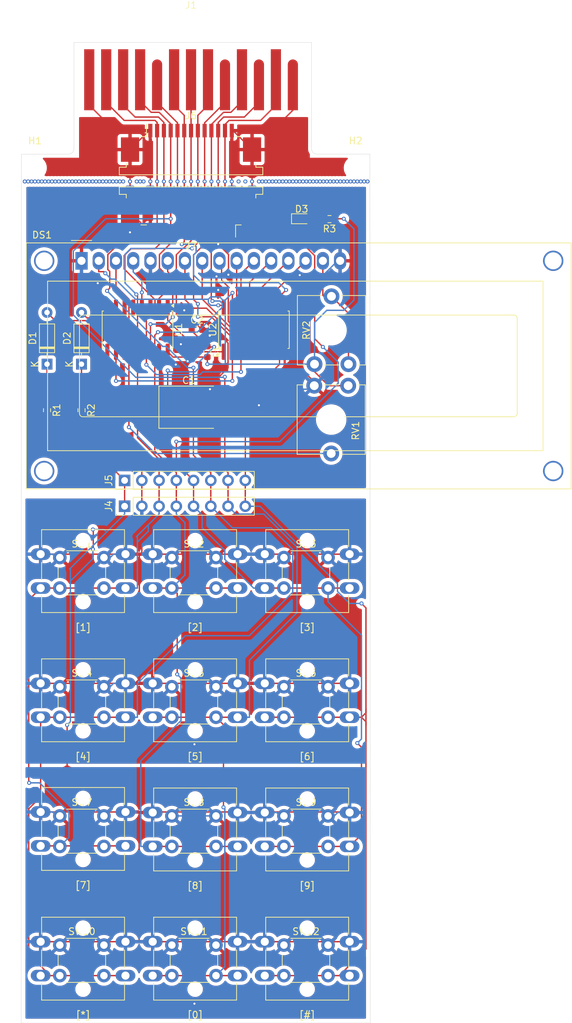
<source format=kicad_pcb>
(kicad_pcb (version 20241229) (generator "pcbnew") (generator_version "9.0")
  (layers (0 "F.Cu" signal) (2 "B.Cu" signal) (13 "F.Paste" user) (15 "B.Paste" user) (5 "F.SilkS" user "F.Silkscreen") (7 "B.SilkS" user "B.Silkscreen") (1 "F.Mask" user) (3 "B.Mask" user) (25 "Edge.Cuts" user))
  (net 0 "")
  (net 1 "GND")
  (net 2 "+5V")
  (net 3 "Net-(D1-A)")
  (net 4 "Net-(D2-A)")
  (net 5 "Net-(DS1-D1)")
  (net 6 "Net-(DS1-E)")
  (net 7 "Net-(DS1-RS)")
  (net 8 "Net-(DS1-D3)")
  (net 9 "Net-(DS1-D0)")
  (net 10 "Net-(DS1-D2)")
  (net 11 "Net-(DS1-D6)")
  (net 12 "Net-(DS1-D5)")
  (net 13 "VCC")
  (net 14 "Net-(DS1-D7)")
  (net 15 "Net-(DS1-VO)")
  (net 16 "Net-(DS1-D4)")
  (net 17 "Net-(J1-Pin_11)")
  (net 18 "Net-(J1-Pin_2)")
  (net 19 "Net-(J1-Pin_12)")
  (net 20 "Net-(J1-Pin_4)")
  (net 21 "Net-(J1-Pin_6)")
  (net 22 "Net-(J1-Pin_10)")
  (net 23 "STROBE")
  (net 24 "Net-(DS1-LED(+))")
  (net 25 "CLK")
  (net 26 "DATAin")
  (net 27 "Net-(J1-Pin_8)")
  (net 28 "Net-(U1-QS2)")
  (net 36 "/BOTK")
  (net 37 "/TOPK")
  (net 38 "Net-(D3-A)")
  (footprint "LED_SMD:LED_0603_1608Metric" (layer "F.Cu") (at 118.7875 70)
    (property "Reference" "D3")
    (property "Value" "LED")
  )
  (footprint "Resistor_SMD:R_0603_1608Metric" (layer "F.Cu") (at 86.36 98.235 -90)
    (property "Reference" "R2")
    (property "Value" "47k")
  )
  (footprint "Button_Switch_THT:SW_PUSH_6mm" (layer "F.Cu") (at 116.1841 139.01)
    (property "Reference" "SW6")
    (property "Value" "[6]")
  )
  (footprint "Resistor_SMD:R_0603_1608Metric" (layer "F.Cu") (at 81.28 98.235 -90)
    (property "Reference" "R1")
    (property "Value" "270k")
  )
  (footprint "Display:WC1602A" (layer "F.Cu") (at 86.36 76.2)
    (property "Reference" "DS1")
    (property "Value" "WC1602A")
  )
  (footprint "Button_Switch_THT:SW_SPST_Omron_B3F-40xx" (layer "F.Cu") (at 113.3591 119.46)
    (property "Reference" "SW15" (hide yes))
    (property "Value" "[3]")
  )
  (footprint "Package_SO:SOIC-16W_5.3x10.2mm_P1.27mm" (layer "F.Cu") (at 111.76 86.36 90)
    (property "Reference" "U2")
    (property "Value" "HEF4094B")
  )
  (footprint "Button_Switch_THT:SW_PUSH_6mm" (layer "F.Cu") (at 99.6741 139.01)
    (property "Reference" "SW5")
    (property "Value" "[5]")
  )
  (footprint "Connector_FFC-FPC:TE_1-84952-3_1x13-1MP_P1.0mm_Horizontal" (layer "F.Cu") (at 102.5 58.8)
    (property "Reference" "J6")
    (property "Value" "Conn_01x13_MountingPin")
  )
  (footprint "Button_Switch_THT:SW_PUSH_6mm" (layer "F.Cu") (at 83.1641 158.06)
    (property "Reference" "SW7")
    (property "Value" "[7]")
  )
  (footprint "Diode_THT:D_DO-35_SOD27_P7.62mm_Horizontal" (layer "F.Cu") (at 86.36 91.44 90)
    (property "Reference" "D2")
    (property "Value" "1N4148")
  )
  (footprint "Button_Switch_THT:SW_SPST_Omron_B3F-40xx" (layer "F.Cu") (at 80.3391 119.46)
    (property "Reference" "SW13" (hide yes))
    (property "Value" "[1]")
  )
  (footprint "MountingHole:MountingHole_3mm" (layer "F.Cu") (at 126.75 62.5)
    (property "Reference" "H2")
    (property "Value" "MountingHole")
  )
  (footprint "Button_Switch_THT:SW_SPST_Omron_B3F-40xx" (layer "F.Cu") (at 80.3391 176.61)
    (property "Reference" "SW22" (hide yes))
    (property "Value" "[*]")
  )
  (footprint "Button_Switch_THT:SW_PUSH_6mm" (layer "F.Cu") (at 83.1641 177.11)
    (property "Reference" "SW10")
    (property "Value" "[*]")
  )
  (footprint "Capacitor_SMD:C_0603_1608Metric" (layer "F.Cu") (at 103.365 86.36)
    (property "Reference" "C2")
    (property "Value" "22nF")
  )
  (footprint "Connector_PinHeader_2.54mm:PinHeader_1x08_P2.54mm_Vertical" (layer "F.Cu") (at 92.71 112.395 90)
    (property "Reference" "J4")
    (property "Value" "Conn_01x08")
  )
  (footprint "Button_Switch_THT:SW_SPST_Omron_B3F-40xx" (layer "F.Cu") (at 96.8491 176.61)
    (property "Reference" "SW23" (hide yes))
    (property "Value" "[0]")
  )
  (footprint "Button_Switch_THT:SW_SPST_Omron_B3F-40xx" (layer "F.Cu") (at 96.8491 119.46)
    (property "Reference" "SW14" (hide yes))
    (property "Value" "[2]")
  )
  (footprint "Button_Switch_THT:SW_SPST_Omron_B3F-40xx" (layer "F.Cu") (at 80.3391 157.48)
    (property "Reference" "SW19" (hide yes))
    (property "Value" "[7]")
  )
  (footprint "Package_SO:SOIC-16W_5.3x10.2mm_P1.27mm" (layer "F.Cu") (at 94.615 86.36 -90)
    (property "Reference" "U1")
    (property "Value" "HEF4094B")
  )
  (footprint "MountingHole:MountingHole_3mm" (layer "F.Cu") (at 79.5 62.5)
    (property "Reference" "H1")
    (property "Value" "MountingHole")
  )
  (footprint "Potentiometer_THT:Potentiometer_ACP_CA9-V10_Vertical_Hole" (layer "F.Cu") (at 120.65 94.615 -90)
    (property "Reference" "RV1")
    (property "Value" "22k")
  )
  (footprint "Potentiometer_THT:Potentiometer_ACP_CA9-V10_Vertical_Hole" (layer "F.Cu") (at 125.69 91.44 90)
    (property "Reference" "RV2")
    (property "Value" "22k")
  )
  (footprint "Button_Switch_THT:SW_PUSH_6mm" (layer "F.Cu") (at 116.1841 119.96)
    (property "Reference" "SW3")
    (property "Value" "[3]")
  )
  (footprint "Capacitor_Tantalum_SMD:CP_EIA-7360-38_Kemet-E" (layer "F.Cu") (at 102.1725 97.79)
    (property "Reference" "C1")
    (property "Value" "47u")
  )
  (footprint "Button_Switch_THT:SW_SPST_Omron_B3F-40xx" (layer "F.Cu") (at 96.8491 157.56)
    (property "Reference" "SW20" (hide yes))
    (property "Value" "[8]")
  )
  (footprint "Resistor_SMD:R_0603_1608Metric" (layer "F.Cu") (at 122.8975 70.05 180)
    (property "Reference" "R3")
    (property "Value" "47k")
  )
  (footprint "Fuse:Fuse_0603_1608Metric" (layer "F.Cu") (at 104.902 89.6111 -90)
    (property "Reference" "F1")
    (property "Value" "Fuse")
  )
  (footprint "Button_Switch_THT:SW_PUSH_6mm" (layer "F.Cu") (at 99.6741 158.06)
    (property "Reference" "SW8")
    (property "Value" "[8]")
  )
  (footprint "Button_Switch_THT:SW_SPST_Omron_B3F-40xx" (layer "F.Cu") (at 113.3591 157.56)
    (property "Reference" "SW21" (hide yes))
    (property "Value" "[9]")
  )
  (footprint "Connector_FFC-FPC:TE_1-84953-3_1x13-1MP_P1.0mm_Horizontal" (layer "F.Cu") (at 102.5 70 180)
    (property "Reference" "J7")
    (property "Value" "Conn_01x13_MountingPin")
  )
  (footprint "Button_Switch_THT:SW_SPST_Omron_B3F-40xx" (layer "F.Cu") (at 96.8491 138.51)
    (property "Reference" "SW17" (hide yes))
    (property "Value" "[5]")
  )
  (footprint "Button_Switch_THT:SW_SPST_Omron_B3F-40xx" (layer "F.Cu") (at 80.3391 138.51)
    (property "Reference" "SW16" (hide yes))
    (property "Value" "[4]")
  )
  (footprint "NSM:Service" (layer "F.Cu") (at 102.5 45)
    (property "Reference" "J1")
    (property "Value" "Conn_01x13")
    (fp_line (start -17.25 -1) (end 17.75 -1) (stroke (width 0.05)) (layer "Edge.Cuts"))
    (fp_line (start -17.25 9) (end -17.25 -1) (stroke (width 0.05)) (layer "Edge.Cuts"))
    (fp_line (start 17.75 -1) (end 17.75 9) (stroke (width 0.05)) (layer "Edge.Cuts"))
  )
  (footprint "Button_Switch_THT:SW_PUSH_6mm" (layer "F.Cu") (at 99.6741 177.11)
    (property "Reference" "SW11")
    (property "Value" "[0]")
  )
  (footprint "Button_Switch_THT:SW_SPST_Omron_B3F-40xx" (layer "F.Cu") (at 113.3591 138.51)
    (property "Reference" "SW18" (hide yes))
    (property "Value" "[6]")
  )
  (footprint "Button_Switch_THT:SW_PUSH_6mm" (layer "F.Cu") (at 116.1841 177.11)
    (property "Reference" "SW12")
    (property "Value" "[#]")
  )
  (footprint "Diode_THT:D_DO-35_SOD27_P7.62mm_Horizontal" (layer "F.Cu") (at 81.28 91.44 90)
    (property "Reference" "D1")
    (property "Value" "1N4148")
  )
  (footprint "Button_Switch_THT:SW_PUSH_6mm" (layer "F.Cu") (at 99.6741 119.96)
    (property "Reference" "SW2")
    (property "Value" "[2]")
  )
  (footprint "Button_Switch_THT:SW_SPST_Omron_B3F-40xx" (layer "F.Cu") (at 113.3591 176.61)
    (property "Reference" "SW24" (hide yes))
    (property "Value" "[#]")
  )
  (footprint "Button_Switch_THT:SW_PUSH_6mm" (layer "F.Cu") (at 116.1841 158.06)
    (property "Reference" "SW9")
    (property "Value" "[9]")
  )
  (footprint "Connector_PinHeader_2.54mm:PinHeader_1x08_P2.54mm_Vertical" (layer "F.Cu") (at 92.71 108.585 90)
    (property "Reference" "J5")
    (property "Value" "Conn_01x08")
  )
  (footprint "Button_Switch_THT:SW_PUSH_6mm" (layer "F.Cu") (at 83.1641 119.96)
    (property "Reference" "SW1")
    (property "Value" "[1]")
  )
  (footprint "Button_Switch_THT:SW_PUSH_6mm" (layer "F.Cu") (at 83.1641 139.01)
    (property "Reference" "SW4")
    (property "Value" "[4]")
  )
  (gr_line (start 85.25 54) (end 85.25 59.67) (stroke (width 0.05)) (layer "Edge.Cuts"))
  (gr_line (start 84.445 60.475) (end 77.5 60.475) (stroke (width 0.05)) (layer "Edge.Cuts"))
  (gr_arc (start 85.25 59.67) (mid 85.014221 60.239221) (end 84.445 60.475) (stroke (width 0.05)) (layer "Edge.Cuts"))
  (gr_line (start 77.47 188.6075) (end 128.905 188.595) (stroke (width 0.05)) (layer "Edge.Cuts"))
  (gr_line (start 128.905 188.595) (end 128.85 60.47) (stroke (width 0.05)) (layer "Edge.Cuts"))
  (gr_line (start 121.045 60.47) (end 128.85 60.47) (stroke (width 0.05)) (layer "Edge.Cuts"))
  (gr_line (start 77.5 60.475) (end 77.47 188.6075) (stroke (width 0.05)) (layer "Edge.Cuts"))
  (gr_line (start 120.25 54) (end 120.245 59.67) (stroke (width 0.05)) (layer "Edge.Cuts"))
  (gr_arc (start 121.045 60.47) (mid 120.479315 60.235685) (end 120.245 59.67) (stroke (width 0.05)) (layer "Edge.Cuts"))
  (via (at 115 64.5) (size 0.6) (drill 0.3) (layers "F.Cu" "B.Cu") (net 0))
  (via (at 115.5 64.5) (size 0.6) (drill 0.3) (layers "F.Cu" "B.Cu") (net 0))
  (via (at 85 64.5) (size 0.6) (drill 0.3) (layers "F.Cu" "B.Cu") (net 0))
  (via (at 109.5 64.5) (size 0.6) (drill 0.3) (layers "F.Cu" "B.Cu") (net 0))
  (via (at 95 64.5) (size 0.6) (drill 0.3) (layers "F.Cu" "B.Cu") (net 0))
  (via (at 115.5 64.5) (size 0.6) (drill 0.3) (layers "F.Cu" "B.Cu") (net 0))
  (via (at 123 64.5) (size 0.6) (drill 0.3) (layers "F.Cu" "B.Cu") (net 0))
  (via (at 85.5 64.5) (size 0.6) (drill 0.3) (layers "F.Cu" "B.Cu") (net 0))
  (via (at 89.5 64.5) (size 0.6) (drill 0.3) (layers "F.Cu" "B.Cu") (net 0))
  (via (at 122 64.5) (size 0.6) (drill 0.3) (layers "F.Cu" "B.Cu") (net 0))
  (via (at 87 64.5) (size 0.6) (drill 0.3) (layers "F.Cu" "B.Cu") (net 0))
  (via (at 94.5 64.5) (size 0.6) (drill 0.3) (layers "F.Cu" "B.Cu") (net 0))
  (via (at 79.5 64.5) (size 0.6) (drill 0.3) (layers "F.Cu" "B.Cu") (net 0))
  (via (at 78 64.5) (size 0.6) (drill 0.3) (layers "F.Cu" "B.Cu") (net 0))
  (via (at 88.5 64.5) (size 0.6) (drill 0.3) (layers "F.Cu" "B.Cu") (net 0))
  (via (at 92.5 64.5) (size 0.6) (drill 0.3) (layers "F.Cu" "B.Cu") (net 0))
  (via (at 78.5 64.5) (size 0.6) (drill 0.3) (layers "F.Cu" "B.Cu") (net 0))
  (via (at 127 64.5) (size 0.6) (drill 0.3) (layers "F.Cu" "B.Cu") (net 0))
  (via (at 89 64.5) (size 0.6) (drill 0.3) (layers "F.Cu" "B.Cu") (net 0))
  (via (at 117.5 64.5) (size 0.6) (drill 0.3) (layers "F.Cu" "B.Cu") (net 0))
  (via (at 117 64.5) (size 0.6) (drill 0.3) (layers "F.Cu" "B.Cu") (net 0))
  (via (at 123.5 64.5) (size 0.6) (drill 0.3) (layers "F.Cu" "B.Cu") (net 0))
  (via (at 82 64.5) (size 0.6) (drill 0.3) (layers "F.Cu" "B.Cu") (net 0))
  (via (at 126 64.5) (size 0.6) (drill 0.3) (layers "F.Cu" "B.Cu") (net 0))
  (via (at 127.5 64.5) (size 0.6) (drill 0.3) (layers "F.Cu" "B.Cu") (net 0))
  (via (at 119.5 64.5) (size 0.6) (drill 0.3) (layers "F.Cu" "B.Cu") (net 0))
  (via (at 83 64.5) (size 0.6) (drill 0.3) (layers "F.Cu" "B.Cu") (net 0))
  (via (at 124.5 64.5) (size 0.6) (drill 0.3) (layers "F.Cu" "B.Cu") (net 0))
  (via (at 125.5 64.5) (size 0.6) (drill 0.3) (layers "F.Cu" "B.Cu") (net 0))
  (via (at 128.5 64.5) (size 0.6) (drill 0.3) (layers "F.Cu" "B.Cu") (net 0))
  (via (at 119 64.5) (size 0.6) (drill 0.3) (layers "F.Cu" "B.Cu") (net 0))
  (via (at 116 64.5) (size 0.6) (drill 0.3) (layers "F.Cu" "B.Cu") (net 0))
  (via (at 125 64.5) (size 0.6) (drill 0.3) (layers "F.Cu" "B.Cu") (net 0))
  (via (at 90 64.5) (size 0.6) (drill 0.3) (layers "F.Cu" "B.Cu") (net 0))
  (via (at 80.5 64.5) (size 0.6) (drill 0.3) (layers "F.Cu" "B.Cu") (net 0))
  (via (at 79 64.5) (size 0.6) (drill 0.3) (layers "F.Cu" "B.Cu") (net 0))
  (via (at 120.5 64.5) (size 0.6) (drill 0.3) (layers "F.Cu" "B.Cu") (net 0))
  (via (at 121.5 64.5) (size 0.6) (drill 0.3) (layers "F.Cu" "B.Cu") (net 0))
  (via (at 128 64.5) (size 0.6) (drill 0.3) (layers "F.Cu" "B.Cu") (net 0))
  (via (at 122.5 64.5) (size 0.6) (drill 0.3) (layers "F.Cu" "B.Cu") (net 0))
  (via (at 91.5 64.5) (size 0.6) (drill 0.3) (layers "F.Cu" "B.Cu") (net 0))
  (via (at 81.5 64.5) (size 0.6) (drill 0.3) (layers "F.Cu" "B.Cu") (net 0))
  (via (at 88 64.5) (size 0.6) (drill 0.3) (layers "F.Cu" "B.Cu") (net 0))
  (via (at 81 64.5) (size 0.6) (drill 0.3) (layers "F.Cu" "B.Cu") (net 0))
  (via (at 124 64.5) (size 0.6) (drill 0.3) (layers "F.Cu" "B.Cu") (net 0))
  (via (at 92 64.5) (size 0.6) (drill 0.3) (layers "F.Cu" "B.Cu") (net 0))
  (via (at 83.5 64.5) (size 0.6) (drill 0.3) (layers "F.Cu" "B.Cu") (net 0))
  (via (at 118 64.5) (size 0.6) (drill 0.3) (layers "F.Cu" "B.Cu") (net 0))
  (via (at 80 64.5) (size 0.6) (drill 0.3) (layers "F.Cu" "B.Cu") (net 0))
  (via (at 112.5 64.5) (size 0.6) (drill 0.3) (layers "F.Cu" "B.Cu") (net 0))
  (via (at 120 64.5) (size 0.6) (drill 0.3) (layers "F.Cu" "B.Cu") (net 0))
  (via (at 116.5 64.5) (size 0.6) (drill 0.3) (layers "F.Cu" "B.Cu") (net 0))
  (via (at 110.5 64.5) (size 0.6) (drill 0.3) (layers "F.Cu" "B.Cu") (net 0))
  (via (at 126.5 64.5) (size 0.6) (drill 0.3) (layers "F.Cu" "B.Cu") (net 0))
  (via (at 86 64.5) (size 0.6) (drill 0.3) (layers "F.Cu" "B.Cu") (net 0))
  (via (at 114 64.5) (size 0.6) (drill 0.3) (layers "F.Cu" "B.Cu") (net 0))
  (via (at 113 64.5) (size 0.6) (drill 0.3) (layers "F.Cu" "B.Cu") (net 0))
  (via (at 114.5 64.5) (size 0.6) (drill 0.3) (layers "F.Cu" "B.Cu") (net 0))
  (via (at 113.5 64.5) (size 0.6) (drill 0.3) (layers "F.Cu" "B.Cu") (net 0))
  (via (at 91 64.5) (size 0.6) (drill 0.3) (layers "F.Cu" "B.Cu") (net 0))
  (via (at 84.5 64.5) (size 0.6) (drill 0.3) (layers "F.Cu" "B.Cu") (net 0))
  (via (at 84 64.5) (size 0.6) (drill 0.3) (layers "F.Cu" "B.Cu") (net 0))
  (via (at 90.5 64.5) (size 0.6) (drill 0.3) (layers "F.Cu" "B.Cu") (net 0))
  (via (at 95.5 64.5) (size 0.6) (drill 0.3) (layers "F.Cu" "B.Cu") (net 0))
  (via (at 121 64.5) (size 0.6) (drill 0.3) (layers "F.Cu" "B.Cu") (net 0))
  (via (at 87.5 64.5) (size 0.6) (drill 0.3) (layers "F.Cu" "B.Cu") (net 0))
  (via (at 86.5 64.5) (size 0.6) (drill 0.3) (layers "F.Cu" "B.Cu") (net 0))
  (via (at 82.5 64.5) (size 0.6) (drill 0.3) (layers "F.Cu" "B.Cu") (net 0))
  (via (at 118.5 64.5) (size 0.6) (drill 0.3) (layers "F.Cu" "B.Cu") (net 0))
  (segment (start 116.205 89.61) (end 120.65 94.055) (width 0.2) (layer "F.Cu") (net 1))
  (segment (start 107.95 91.9856) (end 105.285 94.6506) (width 0.2) (layer "F.Cu") (net 1))
  (segment (start 108.69 57) (end 111.49 59.8) (width 0.2) (layer "F.Cu") (net 1))
  (segment (start 104.14 86.36) (end 105.99 86.36) (width 0.2) (layer "F.Cu") (net 1))
  (segment (start 111.49 69) (end 117 69) (width 0.2) (layer "F.Cu") (net 1))
  (segment (start 108.69 71.8) (end 111.49 69) (width 0.2) (layer "F.Cu") (net 1))
  (segment (start 104.14 86.36) (end 104.11 86.36) (width 0.2) (layer "F.Cu") (net 1))
  (segment (start 83.82 99.06) (end 86.36 99.06) (width 0.2) (layer "F.Cu") (net 1))
  (segment (start 105.285 94.6506) (end 105.285 95.1349) (width 0.2) (layer "F.Cu") (net 1))
  (segment (start 106.5 73.75) (end 108.019 75.269) (width 0.2) (layer "F.Cu") (net 1))
  (segment (start 111.49 69) (end 111.49 64.5) (width 0.2) (layer "F.Cu") (net 1))
  (segment (start 96.5 71.8) (end 96.5 64.5) (width 0.2) (layer "F.Cu") (net 1))
  (segment (start 108.019 75.269) (end 108.019 78.231) (width 0.2) (layer "F.Cu") (net 1))
  (segment (start 101.5 83.75) (end 101.5 83.5) (width 0.2) (layer "F.Cu") (net 1))
  (segment (start 117.5 54) (end 114.5 57) (width 0.2) (layer "F.Cu") (net 1))
  (segment (start 108.5 71.8) (end 108.69 71.8) (width 0.2) (layer "F.Cu") (net 1))
  (segment (start 96.5 64.5) (end 96.5 57) (width 0.2) (layer "F.Cu") (net 1))
  (segment (start 96.31 57) (end 93.51 59.8) (width 0.2) (layer "F.Cu") (net 1))
  (segment (start 114.5 57) (end 108.5 57) (width 0.2) (layer "F.Cu") (net 1))
  (segment (start 104.11 86.36) (end 101.5 83.75) (width 0.2) (layer "F.Cu") (net 1))
  (segment (start 105.285 97.79) (end 105.285 95.1349) (width 0.2) (layer "F.Cu") (net 1))
  (segment (start 87.5 49.5) (end 87.5 53.25) (width 0.2) (layer "F.Cu") (net 1))
  (segment (start 118.513 87.3018) (end 116.205 89.61) (width 0.2) (layer "F.Cu") (net 1))
  (segment (start 87.5 53.25) (end 91.25 57) (width 0.2) (layer "F.Cu") (net 1))
  (segment (start 85.09 78.03) (end 90.17 83.11) (width 0.2) (layer "F.Cu") (net 1))
  (segment (start 93.51 64.5) (end 93.51 59.8) (width 0.2) (layer "F.Cu") (net 1))
  (segment (start 81.28 99.06) (end 83.82 99.06) (width 0.2) (layer "F.Cu") (net 1))
  (segment (start 91.25 57) (end 96.5 57) (width 0.2) (layer "F.Cu") (net 1))
  (segment (start 108.5 57) (end 108.69 57) (width 0.2) (layer "F.Cu") (net 1))
  (segment (start 108.019 78.231) (end 108 78.25) (width 0.2) (layer "F.Cu") (net 1))
  (segment (start 96.31 71.8) (end 93.51 69) (width 0.2) (layer "F.Cu") (net 1))
  (segment (start 93.51 69) (end 93.51 64.5) (width 0.2) (layer "F.Cu") (net 1))
  (segment (start 107.95 88.3195) (end 107.95 91.9856) (width 0.2) (layer "F.Cu") (net 1))
  (segment (start 118.513 78.311) (end 118.513 87.3018) (width 0.2) (layer "F.Cu") (net 1))
  (segment (start 105.99 86.36) (end 107.95 88.3195) (width 0.2) (layer "F.Cu") (net 1))
  (segment (start 117.5 50.25) (end 117.5 54) (width 0.2) (layer "F.Cu") (net 1))
  (segment (start 96.5 71.8) (end 96.31 71.8) (width 0.2) (layer "F.Cu") (net 1))
  (segment (start 96.5 57) (end 96.31 57) (width 0.2) (layer "F.Cu") (net 1))
  (segment (start 108.5 64.5) (end 108.5 57) (width 0.2) (layer "F.Cu") (net 1))
  (segment (start 111.49 64.5) (end 111.49 59.8) (width 0.2) (layer "F.Cu") (net 1))
  (segment (start 120.65 94.055) (end 120.65 94.615) (width 0.2) (layer "F.Cu") (net 1))
  (segment (start 108.5 71.8) (end 108.5 64.5) (width 0.2) (layer "F.Cu") (net 1))
  (segment (start 117 69) (end 118 70) (width 0.2) (layer "F.Cu") (net 1))
  (via (at 118.513 78.311) (size 0.6) (drill 0.3) (layers "F.Cu" "B.Cu") (net 1))
  (via (at 101.5 83.5) (size 0.6) (drill 0.3) (layers "F.Cu" "B.Cu") (net 1))
  (via (at 112.5 97.5) (size 0.6) (drill 0.3) (layers "F.Cu" "B.Cu") (net 1))
  (via (at 88.75 79.5) (size 0.6) (drill 0.3) (layers "F.Cu" "B.Cu") (net 1))
  (via (at 101 88.5) (size 0.6) (drill 0.3) (layers "F.Cu" "B.Cu") (net 1))
  (via (at 106.5 80.5) (size 0.6) (drill 0.3) (layers "F.Cu" "B.Cu") (net 1))
  (via (at 108 78.25) (size 0.6) (drill 0.3) (layers "F.Cu" "B.Cu") (net 1))
  (via (at 106.5 73.75) (size 0.6) (drill 0.3) (layers "F.Cu" "B.Cu") (net 1))
  (via (at 111.49 64.5) (size 0.6) (drill 0.3) (layers "F.Cu" "B.Cu") (net 1))
  (via (at 105.25 87.25) (size 0.6) (drill 0.3) (layers "F.Cu" "B.Cu") (net 1))
  (via (at 105.285 95.1349) (size 0.6) (drill 0.3) (layers "F.Cu" "B.Cu") (net 1))
  (via (at 93.5 72) (size 0.6) (drill 0.3) (layers "F.Cu" "B.Cu") (net 1))
  (via (at 96.5 64.5) (size 0.6) (drill 0.3) (layers "F.Cu" "B.Cu") (net 1))
  (via (at 93.51 64.5) (size 0.6) (drill 0.3) (layers "F.Cu" "B.Cu") (net 1))
  (via (at 100.25 91.5) (size 0.6) (drill 0.3) (layers "F.Cu" "B.Cu") (net 1))
  (via (at 102 91) (size 0.6) (drill 0.3) (layers "F.Cu" "B.Cu") (net 1))
  (via (at 106.25 78.5) (size 0.6) (drill 0.3) (layers "F.Cu" "B.Cu") (net 1))
  (via (at 108.5 64.5) (size 0.6) (drill 0.3) (layers "F.Cu" "B.Cu") (net 1))
  (segment (start 124.097 76.2) (end 121.986 78.311) (width 0.2) (layer "B.Cu") (net 1))
  (segment (start 120.65 94.615) (end 120.13 95.1349) (width 0.2) (layer "B.Cu") (net 1))
  (segment (start 120.13 95.1349) (end 105.285 95.1349) (width 0.2) (layer "B.Cu") (net 1))
  (segment (start 121.986 78.311) (end 118.513 78.311) (width 0.2) (layer "B.Cu") (net 1))
  (segment (start 105.9 88.9051) (end 104.984 88.9051) (width 0.2) (layer "F.Cu") (net 2))
  (segment (start 102.5 64.5) (end 102.5 57) (width 0.2) (layer "F.Cu") (net 2))
  (segment (start 102.59 86.36) (end 102.59 86.5116) (width 0.2) (layer "F.Cu") (net 2))
  (segment (start 104.984 88.9051) (end 104.902 88.8236) (width 0.2) (layer "F.Cu") (net 2))
  (segment (start 101.3858 74.3612) (end 102.5 73.247) (width 0.2) (layer "F.Cu") (net 2))
  (segment (start 102.5 73.247) (end 102.5 71.8) (width 0.2) (layer "F.Cu") (net 2))
  (segment (start 102.5 71.8) (end 102.5 64.5) (width 0.2) (layer "F.Cu") (net 2))
  (segment (start 100.33 84.1) (end 100.33 75.3113) (width 0.2) (layer "F.Cu") (net 2))
  (segment (start 99.06 97.79) (end 99.06 92.376) (width 0.2) (layer "F.Cu") (net 2))
  (segment (start 100.399 84.169) (end 102.59 86.36) (width 0.2) (layer "F.Cu") (net 2))
  (segment (start 101.2801 74.3612) (end 101.3858 74.3612) (width 0.2) (layer "F.Cu") (net 2))
  (segment (start 100.33 75.3113) (end 101.2801 74.3612) (width 0.2) (layer "F.Cu") (net 2))
  (segment (start 100.399 84.169) (end 100.33 84.1) (width 0.2) (layer "F.Cu") (net 2))
  (segment (start 102.5 57) (end 102.5 49.5) (width 0.2) (layer "F.Cu") (net 2))
  (segment (start 102.59 86.5116) (end 104.902 88.8236) (width 0.2) (layer "F.Cu") (net 2))
  (via (at 102.5 64.5) (size 0.6) (drill 0.3) (layers "F.Cu" "B.Cu") (net 2))
  (via (at 105.9 88.9051) (size 0.6) (drill 0.3) (layers "F.Cu" "B.Cu") (net 2))
  (via (at 99.06 92.376) (size 0.6) (drill 0.3) (layers "F.Cu" "B.Cu") (net 2))
  (segment (start 105.9 88.9051) (end 103.62 91.1857) (width 0.2) (layer "B.Cu") (net 2))
  (segment (start 99.2601 92.5761) (end 99.06 92.376) (width 0.2) (layer "B.Cu") (net 2))
  (segment (start 103.102 92.5761) (end 99.2601 92.5761) (width 0.2) (layer "B.Cu") (net 2))
  (segment (start 103.62 92.0585) (end 103.102 92.5761) (width 0.2) (layer "B.Cu") (net 2))
  (segment (start 103.62 91.1857) (end 103.62 92.0585) (width 0.2) (layer "B.Cu") (net 2))
  (segment (start 91.999 85.021) (end 92.71 84.31) (width 0.2) (layer "F.Cu") (net 3))
  (segment (start 82.481 85.021) (end 91.999 85.021) (width 0.2) (layer "F.Cu") (net 3))
  (segment (start 92.71 84.31) (end 92.71 83.11) (width 0.2) (layer "F.Cu") (net 3))
  (segment (start 81.28 83.82) (end 82.481 85.021) (width 0.2) (layer "F.Cu") (net 3))
  (segment (start 90.64 84.62) (end 91.44 83.82) (width 0.2) (layer "F.Cu") (net 4))
  (segment (start 87.16 84.62) (end 90.64 84.62) (width 0.2) (layer "F.Cu") (net 4))
  (segment (start 86.36 83.82) (end 87.16 84.62) (width 0.2) (layer "F.Cu") (net 4))
  (segment (start 91.44 83.82) (end 91.44 83.11) (width 0.2) (layer "F.Cu") (net 4))
  (segment (start 111.559 86.7961) (end 112.395 87.6322) (width 0.2) (layer "F.Cu") (net 5))
  (segment (start 104.14 76.2) (end 104.14 81.8471) (width 0.2) (layer "F.Cu") (net 5))
  (segment (start 104.14 81.8471) (end 109.089 86.7961) (width 0.2) (layer "F.Cu") (net 5))
  (segment (start 112.395 87.6322) (end 112.395 89.61) (width 0.2) (layer "F.Cu") (net 5))
  (segment (start 109.089 86.7961) (end 111.559 86.7961) (width 0.2) (layer "F.Cu") (net 5))
  (segment (start 99.8067 78.5484) (end 99.06 77.8017) (width 0.2) (layer "F.Cu") (net 6))
  (segment (start 96.52 89.61) (end 96.52 85.5455) (width 0.2) (layer "F.Cu") (net 6))
  (segment (start 99.06 77.8017) (end 99.06 76.2) (width 0.2) (layer "F.Cu") (net 6))
  (segment (start 99.8067 84.5033) (end 99.8067 78.5484) (width 0.2) (layer "F.Cu") (net 6))
  (via (at 96.52 85.5455) (size 0.6) (drill 0.3) (layers "F.Cu" "B.Cu") (net 6))
  (via (at 99.8067 84.5033) (size 0.6) (drill 0.3) (layers "F.Cu" "B.Cu") (net 6))
  (segment (start 98.7645 85.5455) (end 96.52 85.5455) (width 0.2) (layer "B.Cu") (net 6))
  (segment (start 99.8067 84.5033) (end 98.7645 85.5455) (width 0.2) (layer "B.Cu") (net 6))
  (segment (start 95.25 83.11) (end 95.25 80.8636) (width 0.2) (layer "F.Cu") (net 7))
  (via (at 95.25 80.8636) (size 0.6) (drill 0.3) (layers "F.Cu" "B.Cu") (net 7))
  (segment (start 95.25 80.8636) (end 95.25 79.1126) (width 0.2) (layer "B.Cu") (net 7))
  (segment (start 95.25 79.1126) (end 93.98 77.8426) (width 0.2) (layer "B.Cu") (net 7))
  (segment (start 93.98 77.8426) (end 93.98 76.2) (width 0.2) (layer "B.Cu") (net 7))
  (segment (start 109.22 76.2) (end 109.22 84.317) (width 0.2) (layer "F.Cu") (net 8))
  (segment (start 114.935 89.038) (end 114.935 89.61) (width 0.2) (layer "F.Cu") (net 8))
  (segment (start 111.235 85.3385) (end 114.935 89.038) (width 0.2) (layer "F.Cu") (net 8))
  (segment (start 109.22 84.317) (end 110.242 85.3385) (width 0.2) (layer "F.Cu") (net 8))
  (segment (start 110.242 85.3385) (end 111.235 85.3385) (width 0.2) (layer "F.Cu") (net 8))
  (segment (start 111.125 88.41) (end 111.125 89.61) (width 0.2) (layer "F.Cu") (net 9))
  (segment (start 101.6 81.915) (end 102.87 83.185) (width 0.2) (layer "F.Cu") (net 9))
  (segment (start 108.787 87.1971) (end 109.912 87.1971) (width 0.2) (layer "F.Cu") (net 9))
  (segment (start 102.87 83.185) (end 104.775 83.185) (width 0.2) (layer "F.Cu") (net 9))
  (segment (start 101.6 76.2) (end 101.6 81.915) (width 0.2) (layer "F.Cu") (net 9))
  (segment (start 109.912 87.1971) (end 111.125 88.41) (width 0.2) (layer "F.Cu") (net 9))
  (segment (start 104.775 83.185) (end 108.787 87.1971) (width 0.2) (layer "F.Cu") (net 9))
  (segment (start 111.725 86.3951) (end 113.665 88.3351) (width 0.2) (layer "F.Cu") (net 10))
  (segment (start 113.665 88.3351) (end 113.665 89.61) (width 0.2) (layer "F.Cu") (net 10))
  (segment (start 107.984 80.044) (end 107.984 85.124) (width 0.2) (layer "F.Cu") (net 10))
  (segment (start 109.255 86.3951) (end 111.725 86.3951) (width 0.2) (layer "F.Cu") (net 10))
  (segment (start 106.68 76.2) (end 107 76.52) (width 0.2) (layer "F.Cu") (net 10))
  (segment (start 107 79.06) (end 107.984 80.044) (width 0.2) (layer "F.Cu") (net 10))
  (segment (start 107.984 85.124) (end 109.255 86.3951) (width 0.2) (layer "F.Cu") (net 10))
  (segment (start 107 76.52) (end 107 79.06) (width 0.2) (layer "F.Cu") (net 10))
  (segment (start 116.84 76.2) (end 112.395 80.645) (width 0.2) (layer "F.Cu") (net 11))
  (segment (start 112.395 80.645) (end 112.395 83.11) (width 0.2) (layer "F.Cu") (net 11))
  (segment (start 114.3 76.2) (end 111.125 79.375) (width 0.2) (layer "F.Cu") (net 12))
  (segment (start 111.125 79.375) (end 111.125 83.11) (width 0.2) (layer "F.Cu") (net 12))
  (segment (start 104.902 90.3986) (end 99.8486 90.3986) (width 0.2) (layer "F.Cu") (net 13))
  (segment (start 125 70) (end 123.7725 70) (width 0.2) (layer "F.Cu") (net 13))
  (segment (start 97.79 89.61) (end 99.06 89.61) (width 0.2) (layer "F.Cu") (net 13))
  (segment (start 106.971 82.7657) (end 107.315 83.11) (width 0.2) (layer "F.Cu") (net 13))
  (segment (start 89.6364 77.8017) (end 88.9 77.8017) (width 0.2) (layer "F.Cu") (net 13))
  (segment (start 89.8699 78.0352) (end 89.6364 77.8017) (width 0.2) (layer "F.Cu") (net 13))
  (segment (start 106.508 82.7657) (end 106.971 82.7657) (width 0.2) (layer "F.Cu") (net 13))
  (segment (start 123.7725 70) (end 123.7225 70.05) (width 0.2) (layer "F.Cu") (net 13))
  (segment (start 99.8486 90.3986) (end 99.06 89.61) (width 0.2) (layer "F.Cu") (net 13))
  (segment (start 88.9 76.2) (end 88.9 77.8017) (width 0.2) (layer "F.Cu") (net 13))
  (segment (start 120.69 91.44) (end 120.69 92.55) (width 0.2) (layer "F.Cu") (net 13))
  (segment (start 122.755 94.615) (end 125.65 94.615) (width 0.2) (layer "F.Cu") (net 13))
  (segment (start 120.69 92.55) (end 122.755 94.615) (width 0.2) (layer "F.Cu") (net 13))
  (segment (start 108.602 80.9266) (end 108.585 80.9436) (width 0.2) (layer "F.Cu") (net 13))
  (segment (start 104.902 90.3986) (end 104.902 91.44) (width 0.2) (layer "F.Cu") (net 13))
  (segment (start 108.585 80.9436) (end 108.585 83.11) (width 0.2) (layer "F.Cu") (net 13))
  (via (at 106.508 82.7657) (size 0.6) (drill 0.3) (layers "F.Cu" "B.Cu") (net 13))
  (via (at 104.902 91.44) (size 0.6) (drill 0.3) (layers "F.Cu" "B.Cu") (net 13))
  (via (at 108.602 80.9266) (size 0.6) (drill 0.3) (layers "F.Cu" "B.Cu") (net 13))
  (via (at 89.8699 78.0352) (size 0.6) (drill 0.3) (layers "F.Cu" "B.Cu") (net 13))
  (via (at 125 70) (size 0.6) (drill 0.3) (layers "F.Cu" "B.Cu") (net 13))
  (segment (start 91.34 78.9041) (end 94.3062 81.8703) (width 0.2) (layer "B.Cu") (net 13))
  (segment (start 120.69 91.44) (end 120.69 85.31) (width 0.2) (layer "B.Cu") (net 13))
  (segment (start 90.7388 78.9041) (end 89.8699 78.0352) (width 0.2) (layer "B.Cu") (net 13))
  (segment (start 105.405 81.5177) (end 105.052 81.8703) (width 0.2) (layer "B.Cu") (net 13))
  (segment (start 120.69 85.31) (end 122.5 83.5) (width 0.2) (layer "B.Cu") (net 13))
  (segment (start 91.34 78.9041) (end 90.7388 78.9041) (width 0.2) (layer "B.Cu") (net 13))
  (segment (start 107.541 91.44) (end 104.902 91.44) (width 0.2) (layer "B.Cu") (net 13))
  (segment (start 105.052 82.402) (end 105.416 82.7657) (width 0.2) (layer "B.Cu") (net 13))
  (segment (start 126.5 75.5) (end 126.5 71.5) (width 0.2) (layer "B.Cu") (net 13))
  (segment (start 125 83.5) (end 126.5 82) (width 0.2) (layer "B.Cu") (net 13))
  (segment (start 106.715 81.5177) (end 105.405 81.5177) (width 0.2) (layer "B.Cu") (net 13))
  (segment (start 126.5 71.5) (end 125 70) (width 0.2) (layer "B.Cu") (net 13))
  (segment (start 122.5 83.5) (end 125 83.5) (width 0.2) (layer "B.Cu") (net 13))
  (segment (start 105.052 81.8703) (end 105.052 82.402) (width 0.2) (layer "B.Cu") (net 13))
  (segment (start 120.69 91.44) (end 107.541 91.44) (width 0.2) (layer "B.Cu") (net 13))
  (segment (start 126.5 82) (end 126.5 75.5) (width 0.2) (layer "B.Cu") (net 13))
  (segment (start 105.416 82.7657) (end 106.508 82.7657) (width 0.2) (layer "B.Cu") (net 13))
  (segment (start 107.541 82.3431) (end 107.363 82.1654) (width 0.2) (layer "B.Cu") (net 13))
  (segment (start 94.3062 81.8703) (end 105.052 81.8703) (width 0.2) (layer "B.Cu") (net 13))
  (segment (start 107.363 82.1654) (end 108.602 80.9266) (width 0.2) (layer "B.Cu") (net 13))
  (segment (start 107.363 82.1654) (end 106.715 81.5177) (width 0.2) (layer "B.Cu") (net 13))
  (segment (start 107.541 91.44) (end 107.541 82.3431) (width 0.2) (layer "B.Cu") (net 13))
  (segment (start 119.38 76.2) (end 113.665 81.915) (width 0.2) (layer "F.Cu") (net 14))
  (segment (start 113.665 81.915) (end 113.665 83.11) (width 0.2) (layer "F.Cu") (net 14))
  (segment (start 93.3451 81.8434) (end 91.44 79.9383) (width 0.2) (layer "F.Cu") (net 15))
  (segment (start 91.44 79.9383) (end 91.44 76.2) (width 0.2) (layer "F.Cu") (net 15))
  (segment (start 93.3451 100.733) (end 93.3451 81.8434) (width 0.2) (layer "F.Cu") (net 15))
  (via (at 93.3451 100.733) (size 0.6) (drill 0.3) (layers "F.Cu" "B.Cu") (net 15))
  (segment (start 97.2267 104.615) (end 93.3451 100.733) (width 0.2) (layer "B.Cu") (net 15))
  (segment (start 123.15 104.615) (end 97.2267 104.615) (width 0.2) (layer "B.Cu") (net 15))
  (segment (start 111.76 76.2) (end 109.855 78.105) (width 0.2) (layer "F.Cu") (net 16))
  (segment (start 109.855 78.105) (end 109.855 83.11) (width 0.2) (layer "F.Cu") (net 16))
  (segment (start 106.5 55.8) (end 107.3 55) (width 0.2) (layer "F.Cu") (net 17))
  (segment (start 106.5 71.8) (end 106.5 64.5) (width 0.2) (layer "F.Cu") (net 17))
  (segment (start 106.5 57) (end 106.5 55.8) (width 0.2) (layer "F.Cu") (net 17))
  (segment (start 112.5 52.852) (end 112.5 50.25) (width 0.2) (layer "F.Cu") (net 17))
  (segment (start 107.3 55) (end 110.352 55) (width 0.2) (layer "F.Cu") (net 17))
  (segment (start 106.5 64.5) (end 106.5 57) (width 0.2) (layer "F.Cu") (net 17))
  (segment (start 110.352 55) (end 112.5 52.852) (width 0.2) (layer "F.Cu") (net 17))
  (via (at 106.5 64.5) (size 0.6) (drill 0.3) (layers "F.Cu" "B.Cu") (net 17))
  (segment (start 105.41 107.433) (end 102.847 104.87) (width 0.2) (layer "F.Cu") (net 18))
  (segment (start 97.5 64.5) (end 97.5 57) (width 0.2) (layer "F.Cu") (net 18))
  (segment (start 97.5 55.8) (end 97.2 55.5) (width 0.2) (layer "F.Cu") (net 18))
  (segment (start 105.41 108.585) (end 105.41 107.433) (width 0.2) (layer "F.Cu") (net 18))
  (segment (start 102.847 104.87) (end 102.847 91.965) (width 0.2) (layer "F.Cu") (net 18))
  (segment (start 80.3391 143.51) (end 83.1641 143.51) (width 0.2) (layer "F.Cu") (net 18))
  (segment (start 78.5874 157.003) (end 78.5874 178.446) (width 0.2) (layer "F.Cu") (net 18))
  (segment (start 83.1641 181.61) (end 89.6641 181.61) (width 0.2) (layer "F.Cu") (net 18))
  (segment (start 89.6641 181.61) (end 92.8391 181.61) (width 0.2) (layer "F.Cu") (net 18))
  (segment (start 90.5206 77.7731) (end 90.5206 80.236) (width 0.2) (layer "F.Cu") (net 18))
  (segment (start 80.3391 143.51) (end 80.3391 155.251) (width 0.2) (layer "F.Cu") (net 18))
  (segment (start 90 52.852) (end 90 49.5) (width 0.2) (layer "F.Cu") (net 18))
  (segment (start 97.2 55.5) (end 92.648 55.5) (width 0.2) (layer "F.Cu") (net 18))
  (segment (start 81.7516 181.61) (end 83.1641 181.61) (width 0.2) (layer "F.Cu") (net 18))
  (segment (start 92.4197 73.1017) (end 90.2383 75.2831) (width 0.2) (layer "F.Cu") (net 18))
  (segment (start 90.5206 80.236) (end 90.1257 80.6309) (width 0.2) (layer "F.Cu") (net 18))
  (segment (start 97.5 71.8) (end 97.5 73.1017) (width 0.2) (layer "F.Cu") (net 18))
  (segment (start 78.5874 178.446) (end 81.7516 181.61) (width 0.2) (layer "F.Cu") (net 18))
  (segment (start 80.3391 155.251) (end 78.5874 157.003) (width 0.2) (layer "F.Cu") (net 18))
  (segment (start 97.5 57) (end 97.5 55.8) (width 0.2) (layer "F.Cu") (net 18))
  (segment (start 97.5 71.8) (end 97.5 64.5) (width 0.2) (layer "F.Cu") (net 18))
  (segment (start 80.3391 181.61) (end 81.7516 181.61) (width 0.2) (layer "F.Cu") (net 18))
  (segment (start 83.1641 143.51) (end 89.6641 143.51) (width 0.2) (layer "F.Cu") (net 18))
  (segment (start 92.648 55.5) (end 90 52.852) (width 0.2) (layer "F.Cu") (net 18))
  (segment (start 105.41 108.585) (end 105.41 112.395) (width 0.2) (layer "F.Cu") (net 18))
  (segment (start 89.6641 143.51) (end 92.8391 143.51) (width 0.2) (layer "F.Cu") (net 18))
  (segment (start 97.5 73.1017) (end 92.4197 73.1017) (width 0.2) (layer "F.Cu") (net 18))
  (segment (start 90.2383 77.4908) (end 90.5206 77.7731) (width 0.2) (layer "F.Cu") (net 18))
  (segment (start 90.2383 75.2831) (end 90.2383 77.4908) (width 0.2) (layer "F.Cu") (net 18))
  (via (at 90.1257 80.6309) (size 0.6) (drill 0.3) (layers "F.Cu" "B.Cu") (net 18))
  (via (at 102.847 91.965) (size 0.6) (drill 0.3) (layers "F.Cu" "B.Cu") (net 18))
  (via (at 97.5 64.5) (size 0.6) (drill 0.3) (layers "F.Cu" "B.Cu") (net 18))
  (segment (start 98.8463 88.8273) (end 101.984 91.965) (width 0.2) (layer "B.Cu") (net 18))
  (segment (start 94.5908 138.54) (end 94.5908 143.51) (width 0.2) (layer "B.Cu") (net 18))
  (segment (start 108.585 115.57) (end 114.3 115.57) (width 0.2) (layer "B.Cu") (net 18))
  (segment (start 94.5908 143.51) (end 92.8391 143.51) (width 0.2) (layer "B.Cu") (net 18))
  (segment (start 105.41 112.395) (end 108.585 115.57) (width 0.2) (layer "B.Cu") (net 18))
  (segment (start 101.647 131.483) (end 94.5908 138.54) (width 0.2) (layer "B.Cu") (net 18))
  (segment (start 111.087 131.483) (end 101.647 131.483) (width 0.2) (layer "B.Cu") (net 18))
  (segment (start 117.485 118.755) (end 117.485 125.085) (width 0.2) (layer "B.Cu") (net 18))
  (segment (start 90.1257 80.6309) (end 98.3221 88.8273) (width 0.2) (layer "B.Cu") (net 18))
  (segment (start 114.3 115.57) (end 117.485 118.755) (width 0.2) (layer "B.Cu") (net 18))
  (segment (start 101.984 91.965) (end 102.847 91.965) (width 0.2) (layer "B.Cu") (net 18))
  (segment (start 98.3221 88.8273) (end 98.8463 88.8273) (width 0.2) (layer "B.Cu") (net 18))
  (segment (start 117.485 125.085) (end 111.087 131.483) (width 0.2) (layer "B.Cu") (net 18))
  (segment (start 120.719 75.4405) (end 118.5285 73.25) (width 0.2) (layer "F.Cu") (net 19))
  (segment (start 100.33 102.87) (end 100.33 106.045) (width 0.2) (layer "F.Cu") (net 19))
  (segment (start 125.859 162.56) (end 125.8591 162.5599) (width 0.2) (layer "F.Cu") (net 19))
  (segment (start 118.5285 73.25) (end 107.75 73.25) (width 0.2) (layer "F.Cu") (net 19))
  (segment (start 113.3591 162.56) (end 116.1841 162.56) (width 0.2) (layer "F.Cu") (net 19))
  (segment (start 127.61 147.93) (end 127 147.32) (width 0.2) (layer "F.Cu") (net 19))
  (segment (start 116.1841 162.56) (end 122.6841 162.56) (width 0.2) (layer "F.Cu") (net 19))
  (segment (start 107.5 64.5) (end 107.5 57) (width 0.2) (layer "F.Cu") (net 19))
  (segment (start 125.859 124.46) (end 125.8591 124.46) (width 0.2) (layer "F.Cu") (net 19))
  (segment (start 107.5 57) (end 107.5 56.093) (width 0.2) (layer "F.Cu") (net 19))
  (segment (start 113.359 162.56) (end 113.3591 162.56) (width 0.2) (layer "F.Cu") (net 19))
  (segment (start 113.3591 124.46) (end 116.1841 124.46) (width 0.2) (layer "F.Cu") (net 19))
  (segment (start 107.5 71.8) (end 107.5 64.5) (width 0.2) (layer "F.Cu") (net 19))
  (segment (start 120.719 87.699) (end 120.719 75.4405) (width 0.2) (layer "F.Cu") (net 19))
  (segment (start 107.5 56.093) (end 108.093 55.5) (width 0.2) (layer "F.Cu") (net 19))
  (segment (start 115 53.25) (end 115 51.375) (width 0.2) (layer "F.Cu") (net 19))
  (segment (start 108.093 55.5) (end 112.75 55.5) (width 0.2) (layer "F.Cu") (net 19))
  (segment (start 107.75 73.25) (end 107.5 73) (width 0.2) (layer "F.Cu") (net 19))
  (segment (start 113.359 124.46) (end 113.3591 124.46) (width 0.2) (layer "F.Cu") (net 19))
  (segment (start 122.6841 124.46) (end 125.859 124.46) (width 0.2) (layer "F.Cu") (net 19))
  (segment (start 102.87 108.585) (end 102.87 112.395) (width 0.2) (layer "F.Cu") (net 19))
  (segment (start 100.33 106.045) (end 102.87 108.585) (width 0.2) (layer "F.Cu") (net 19))
  (segment (start 107.5 73) (end 107.5 71.8) (width 0.2) (layer "F.Cu") (net 19))
  (segment (start 125.8591 162.5599) (end 125.8591 162.56) (width 0.2) (layer "F.Cu") (net 19))
  (segment (start 122.6841 162.56) (end 125.859 162.56) (width 0.2) (layer "F.Cu") (net 19))
  (segment (start 115 51.375) (end 115 49.5) (width 0.2) (layer "F.Cu") (net 19))
  (segment (start 116.1841 124.46) (end 122.6841 124.46) (width 0.2) (layer "F.Cu") (net 19))
  (segment (start 125.8591 162.5599) (end 127.61 160.809) (width 0.2) (layer "F.Cu") (net 19))
  (segment (start 127.61 160.809) (end 127.61 147.93) (width 0.2) (layer "F.Cu") (net 19))
  (segment (start 121.92 88.9) (end 120.719 87.699) (width 0.2) (layer "F.Cu") (net 19))
  (segment (start 112.75 55.5) (end 115 53.25) (width 0.2) (layer "F.Cu") (net 19))
  (via (at 127 147.32) (size 0.6) (drill 0.3) (layers "F.Cu" "B.Cu") (net 19))
  (via (at 121.92 88.9) (size 0.6) (drill 0.3) (layers "F.Cu" "B.Cu") (net 19))
  (via (at 100.33 102.87) (size 0.6) (drill 0.3) (layers "F.Cu" "B.Cu") (net 19))
  (via (at 107.5 64.5) (size 0.6) (drill 0.3) (layers "F.Cu" "B.Cu") (net 19))
  (segment (start 104.14 115.57) (end 104.14 113.665) (width 0.2) (layer "B.Cu") (net 19))
  (segment (start 124.179 91.159) (end 124.179 94.261) (width 0.2) (layer "B.Cu") (net 19))
  (segment (start 127.61 146.71) (end 127.61 131.42) (width 0.2) (layer "B.Cu") (net 19))
  (segment (start 124.179 94.261) (end 115.57 102.87) (width 0.2) (layer "B.Cu") (net 19))
  (segment (start 121.92 88.9) (end 124.179 91.159) (width 0.2) (layer "B.Cu") (net 19))
  (segment (start 127.61 131.42) (end 122.684 126.494) (width 0.2) (layer "B.Cu") (net 19))
  (segment (start 113.359 124.46) (end 111.709 124.46) (width 0.2) (layer "B.Cu") (net 19))
  (segment (start 122.684 125.477) (end 122.684 124.46) (width 0.2) (layer "B.Cu") (net 19))
  (segment (start 104.14 113.665) (end 102.87 112.395) (width 0.2) (layer "B.Cu") (net 19))
  (segment (start 107.475 120.226) (end 107.475 118.905) (width 0.2) (layer "B.Cu") (net 19))
  (segment (start 122.684 126.494) (end 122.684 125.477) (width 0.2) (layer "B.Cu") (net 19))
  (segment (start 122.6841 125.4769) (end 122.6841 124.46) (width 0.2) (layer "B.Cu") (net 19))
  (segment (start 111.709 124.46) (end 107.475 120.226) (width 0.2) (layer "B.Cu") (net 19))
  (segment (start 122.684 125.477) (end 122.6841 125.4769) (width 0.2) (layer "B.Cu") (net 19))
  (segment (start 107.475 118.905) (end 104.14 115.57) (width 0.2) (layer "B.Cu") (net 19))
  (segment (start 127 147.32) (end 127.61 146.71) (width 0.2) (layer "B.Cu") (net 19))
  (segment (start 113.359 124.46) (end 113.3591 124.46) (width 0.2) (layer "B.Cu") (net 19))
  (segment (start 115.57 102.87) (end 100.33 102.87) (width 0.2) (layer "B.Cu") (net 19))
  (segment (start 107.475 106.959) (end 107.95 107.433) (width 0.2) (layer "F.Cu") (net 20))
  (segment (start 99.5 70) (end 99.5 66.1032) (width 0.2) (layer "F.Cu") (net 20))
  (segment (start 107.278 144.614) (end 107.278 156.789) (width 0.2) (layer "F.Cu") (net 20))
  (segment (start 109.349 181.61) (end 109.3491 181.61) (width 0.2) (layer "F.Cu") (net 20))
  (segment (start 99.5 64.5) (end 99.5 66.1032) (width 0.2) (layer "F.Cu") (net 20))
  (segment (start 96.6253 54.301) (end 97.801 54.301) (width 0.2) (layer "F.Cu") (net 20))
  (segment (start 99.5 56) (end 99.5 57) (width 0.2) (layer "F.Cu") (net 20))
  (segment (start 96.8491 181.61) (end 99.6741 181.61) (width 0.2) (layer "F.Cu") (net 20))
  (segment (start 95 52.6757) (end 96.6253 54.301) (width 0.2) (layer "F.Cu") (net 20))
  (segment (start 107.475 93.311) (end 107.475 106.959) (width 0.2) (layer "F.Cu") (net 20))
  (segment (start 106.1741 143.51) (end 109.349 143.51) (width 0.2) (layer "F.Cu") (net 20))
  (segment (start 99.6741 181.61) (end 106.1741 181.61) (width 0.2) (layer "F.Cu") (net 20))
  (segment (start 99.5 57) (end 99.5 64.5) (width 0.2) (layer "F.Cu") (net 20))
  (segment (start 96.8491 143.51) (end 99.6741 143.51) (width 0.2) (layer "F.Cu") (net 20))
  (segment (start 107.95 107.433) (end 107.95 108.585) (width 0.2) (layer "F.Cu") (net 20))
  (segment (start 106.174 143.51) (end 106.1741 143.51) (width 0.2) (layer "F.Cu") (net 20))
  (segment (start 106.174 143.51) (end 107.278 144.614) (width 0.2) (layer "F.Cu") (net 20))
  (segment (start 97.801 54.301) (end 99.5 56) (width 0.2) (layer "F.Cu") (net 20))
  (segment (start 99.6741 143.51) (end 106.174 143.51) (width 0.2) (layer "F.Cu") (net 20))
  (segment (start 109.349 143.51) (end 109.3491 143.51) (width 0.2) (layer "F.Cu") (net 20))
  (segment (start 99.5 66.1032) (end 99.5 71.8) (width 0.2) (layer "F.Cu") (net 20))
  (segment (start 106.1741 181.61) (end 109.349 181.61) (width 0.2) (layer "F.Cu") (net 20))
  (segment (start 95 49.5) (end 95 52.6757) (width 0.2) (layer "F.Cu") (net 20))
  (segment (start 107.95 108.585) (end 107.95 112.395) (width 0.2) (layer "F.Cu") (net 20))
  (via (at 107.475 93.311) (size 0.6) (drill 0.3) (layers "F.Cu" "B.Cu") (net 20))
  (via (at 99.5 70) (size 0.6) (drill 0.3) (layers "F.Cu" "B.Cu") (net 20))
  (via (at 107.278 156.789) (size 0.6) (drill 0.3) (layers "F.Cu" "B.Cu") (net 20))
  (via (at 99.5 64.5) (size 0.6) (drill 0.3) (layers "F.Cu" "B.Cu") (net 20))
  (segment (start 89.9158 70) (end 85.1583 74.7575) (width 0.2) (layer "B.Cu") (net 20))
  (segment (start 107.479 180.305) (end 107.479 156.989) (width 0.2) (layer "B.Cu") (net 20))
  (segment (start 107.407 93.3795) (end 107.475 93.311) (width 0.2) (layer "B.Cu") (net 20))
  (segment (start 94.352 93.3795) (end 107.407 93.3795) (width 0.2) (layer "B.Cu") (net 20))
  (segment (start 111.101 135.098) (end 111.101 143.51) (width 0.2) (layer "B.Cu") (net 20))
  (segment (start 118.11 118.443) (end 118.11 128.089) (width 0.2) (layer "B.Cu") (net 20))
  (segment (start 85.1583 84.1858) (end 94.352 93.3795) (width 0.2) (layer "B.Cu") (net 20))
  (segment (start 109.3491 143.51) (end 109.349 143.51) (width 0.2) (layer "B.Cu") (net 20))
  (segment (start 99.5 70) (end 89.9158 70) (width 0.2) (layer "B.Cu") (net 20))
  (segment (start 109.101 113.546) (end 113.213 113.546) (width 0.2) (layer "B.Cu") (net 20))
  (segment (start 85.1583 74.7575) (end 85.1583 84.1858) (width 0.2) (layer "B.Cu") (net 20))
  (segment (start 113.213 113.546) (end 118.11 118.443) (width 0.2) (layer "B.Cu") (net 20))
  (segment (start 118.11 128.089) (end 111.101 135.098) (width 0.2) (layer "B.Cu") (net 20))
  (segment (start 107.95 112.395) (end 109.101 113.546) (width 0.2) (layer "B.Cu") (net 20))
  (segment (start 106.1741 181.6099) (end 106.1741 181.61) (width 0.2) (layer "B.Cu") (net 20))
  (segment (start 107.479 156.989) (end 107.278 156.789) (width 0.2) (layer "B.Cu") (net 20))
  (segment (start 106.174 181.61) (end 106.1741 181.6099) (width 0.2) (layer "B.Cu") (net 20))
  (segment (start 111.101 143.51) (end 109.3491 143.51) (width 0.2) (layer "B.Cu") (net 20))
  (segment (start 106.1741 181.6099) (end 107.479 180.305) (width 0.2) (layer "B.Cu") (net 20))
  (segment (start 116.1841 143.51) (end 122.6841 143.51) (width 0.2) (layer "F.Cu") (net 21))
  (segment (start 110.49 110.49) (end 110.49 112.395) (width 0.2) (layer "F.Cu") (net 21))
  (segment (start 115.5 87.5) (end 115.536 87.464) (width 0.2) (layer "F.Cu") (net 21))
  (segment (start 115.536 87.464) (end 115.536 81.464) (width 0.2) (layer "F.Cu") (net 21))
  (segment (start 101.5 73.3961) (end 101.5 71.8) (width 0.2) (layer "F.Cu") (net 21))
  (segment (start 101.5 54.75) (end 100 53.25) (width 0.2) (layer "F.Cu") (net 21))
  (segment (start 101.5 71.8) (end 101.5 64.5) (width 0.2) (layer "F.Cu") (net 21))
  (segment (start 128.27 144.171) (end 128.27 142.849) (width 0.2) (layer "F.Cu") (net 21))
  (segment (start 110.49 108.585) (end 110.5 108.575) (width 0.2) (layer "F.Cu") (net 21))
  (segment (start 122.6841 143.51) (end 125.8591 143.51) (width 0.2) (layer "F.Cu") (net 21))
  (segment (start 116.1841 181.61) (end 122.6841 181.61) (width 0.2) (layer "F.Cu") (net 21))
  (segment (start 113.359 181.61) (end 113.3591 181.61) (width 0.2) (layer "F.Cu") (net 21))
  (segment (start 128.27 142.849) (end 128.27 142.24) (width 0.2) (layer "F.Cu") (net 21))
  (segment (start 100 53.25) (end 100 49.5) (width 0.2) (layer "F.Cu") (net 21))
  (segment (start 110.49 108.585) (end 110.49 110.49) (width 0.2) (layer "F.Cu") (net 21))
  (segment (start 127.609 143.51) (end 128.27 144.171) (width 0.2) (layer "F.Cu") (net 21))
  (segment (start 101.1366 73.7595) (end 101.5 73.3961) (width 0.2) (layer "F.Cu") (net 21))
  (segment (start 113.359 143.51) (end 113.3591 143.51) (width 0.2) (layer "F.Cu") (net 21))
  (segment (start 115.536 81.464) (end 116.5 80.5) (width 0.2) (layer "F.Cu") (net 21))
  (segment (start 128.27 127.385) (end 127.611 126.726) (width 0.2) (layer "F.Cu") (net 21))
  (segment (start 127.609 143.51) (end 128.27 142.849) (width 0.2) (layer "F.Cu") (net 21))
  (segment (start 110.5 96.5) (end 115.536 91.464) (width 0.2) (layer "F.Cu") (net 21))
  (segment (start 115.536 87.536) (end 115.5 87.5) (width 0.2) (layer "F.Cu") (net 21))
  (segment (start 122.6841 181.61) (end 124.331 181.61) (width 0.2) (layer "F.Cu") (net 21))
  (segment (start 128.27 142.24) (end 128.27 127.385) (width 0.2) (layer "F.Cu") (net 21))
  (segment (start 101.5 57) (end 101.5 54.75) (width 0.2) (layer "F.Cu") (net 21))
  (segment (start 125.8591 143.51) (end 127.609 143.51) (width 0.2) (layer "F.Cu") (net 21))
  (segment (start 128.27 144.171) (end 128.27 144.78) (width 0.2) (layer "F.Cu") (net 21))
  (segment (start 101.5 64.5) (end 101.5 57) (width 0.2) (layer "F.Cu") (net 21))
  (segment (start 124.331 181.61) (end 125.859 181.61) (width 0.2) (layer "F.Cu") (net 21))
  (segment (start 125.859 181.61) (end 125.8591 181.61) (width 0.2) (layer "F.Cu") (net 21))
  (segment (start 128.27 177.671) (end 128.27 144.78) (width 0.2) (layer "F.Cu") (net 21))
  (segment (start 128.27 142.849) (end 128.27 142.24) (width 0.2) (layer "F.Cu") (net 21))
  (segment (start 110.5 108.575) (end 110.5 96.5) (width 0.2) (layer "F.Cu") (net 21))
  (segment (start 113.3591 181.61) (end 116.1841 181.61) (width 0.2) (layer "F.Cu") (net 21))
  (segment (start 128.27 144.78) (end 128.27 144.171) (width 0.2) (layer "F.Cu") (net 21))
  (segment (start 115.536 91.464) (end 115.536 87.536) (width 0.2) (layer "F.Cu") (net 21))
  (segment (start 124.331 181.61) (end 128.27 177.671) (width 0.2) (layer "F.Cu") (net 21))
  (segment (start 113.3591 143.51) (end 116.1841 143.51) (width 0.2) (layer "F.Cu") (net 21))
  (via (at 101.5 64.5) (size 0.6) (drill 0.3) (layers "F.Cu" "B.Cu") (net 21))
  (via (at 101.1366 73.7595) (size 0.6) (drill 0.3) (layers "F.Cu" "B.Cu") (net 21))
  (via (at 127.611 126.726) (size 0.6) (drill 0.3) (layers "F.Cu" "B.Cu") (net 21))
  (via (at 116.5 80.5) (size 0.6) (drill 0.3) (layers "F.Cu" "B.Cu") (net 21))
  (segment (start 103.2467 74.0983) (end 102.9079 73.7595) (width 0.2) (layer "B.Cu") (net 21))
  (segment (start 102.87 75.3508) (end 103.2467 74.9741) (width 0.2) (layer "B.Cu") (net 21))
  (segment (start 103.2467 74.9741) (end 103.2467 74.0983) (width 0.2) (layer "B.Cu") (net 21))
  (segment (start 125.842 126.726) (end 127.611 126.726) (width 0.2) (layer "B.Cu") (net 21))
  (segment (start 102.9079 73.7595) (end 101.1366 73.7595) (width 0.2) (layer "B.Cu") (net 21))
  (segment (start 112.653 112.395) (end 124.078 123.819) (width 0.2) (layer "B.Cu") (net 21))
  (segment (start 124.078 124.962) (end 125.842 126.726) (width 0.2) (layer "B.Cu") (net 21))
  (segment (start 124.078 123.819) (end 124.078 124.962) (width 0.2) (layer "B.Cu") (net 21))
  (segment (start 104 79.4236) (end 115.4236 79.4236) (width 0.2) (layer "B.Cu") (net 21))
  (segment (start 104 79.4236) (end 102.87 78.2936) (width 0.2) (layer "B.Cu") (net 21))
  (segment (start 110.49 112.395) (end 112.653 112.395) (width 0.2) (layer "B.Cu") (net 21))
  (segment (start 115.4236 79.4236) (end 116.5 80.5) (width 0.2) (layer "B.Cu") (net 21))
  (segment (start 102.87 78.2936) (end 102.87 75.3508) (width 0.2) (layer "B.Cu") (net 21))
  (segment (start 100.33 107.431) (end 97.155 104.256) (width 0.2) (layer "F.Cu") (net 22))
  (segment (start 96.8491 124.46) (end 99.6741 124.46) (width 0.2) (layer "F.Cu") (net 22))
  (segment (start 99.6741 124.46) (end 100.459 125.245) (width 0.2) (layer "F.Cu") (net 22))
  (segment (start 105.5 64.5) (end 105.5 64.4) (width 0.2) (layer "F.Cu") (net 22))
  (segment (start 105.479 81.9547) (end 105.654 82.1297) (width 0.2) (layer "F.Cu") (net 22))
  (segment (start 100.459 125.245) (end 100.459 137.18) (width 0.2) (layer "F.Cu") (net 22))
  (segment (start 105.5 71.8) (end 105.5 64.5) (width 0.2) (layer "F.Cu") (net 22))
  (segment (start 110 52.6757) (end 110 49.5) (width 0.2) (layer "F.Cu") (net 22))
  (segment (start 107.292 54.301) (end 108.375 54.301) (width 0.2) (layer "F.Cu") (net 22))
  (segment (start 106.1741 162.56) (end 109.349 162.56) (width 0.2) (layer "F.Cu") (net 22))
  (segment (start 105.5 64.4) (end 105.5 57) (width 0.2) (layer "F.Cu") (net 22))
  (segment (start 97.155 87.1837) (end 97.6177 86.721) (width 0.2) (layer "F.Cu") (net 22))
  (segment (start 108.375 54.301) (end 110 52.6757) (width 0.2) (layer "F.Cu") (net 22))
  (segment (start 100.33 108.585) (end 100.33 112.395) (width 0.2) (layer "F.Cu") (net 22))
  (segment (start 109.349 162.56) (end 109.3491 162.56) (width 0.2) (layer "F.Cu") (net 22))
  (segment (start 96.8491 162.56) (end 99.6741 162.56) (width 0.2) (layer "F.Cu") (net 22))
  (segment (start 100.33 108.585) (end 100.33 107.431) (width 0.2) (layer "F.Cu") (net 22))
  (segment (start 105.479 71.821) (end 105.479 81.9547) (width 0.2) (layer "F.Cu") (net 22))
  (segment (start 99.6741 124.46) (end 106.1741 124.46) (width 0.2) (layer "F.Cu") (net 22))
  (segment (start 105.5 71.8) (end 105.479 71.821) (width 0.2) (layer "F.Cu") (net 22))
  (segment (start 109.349 124.46) (end 109.3491 124.46) (width 0.2) (layer "F.Cu") (net 22))
  (segment (start 99.6741 162.56) (end 106.1741 162.56) (width 0.2) (layer "F.Cu") (net 22))
  (segment (start 97.155 104.256) (end 97.155 87.1837) (width 0.2) (layer "F.Cu") (net 22))
  (segment (start 106.1741 124.46) (end 109.349 124.46) (width 0.2) (layer "F.Cu") (net 22))
  (segment (start 105.5 57) (end 105.5 56.093) (width 0.2) (layer "F.Cu") (net 22))
  (segment (start 105.5 56.093) (end 107.292 54.301) (width 0.2) (layer "F.Cu") (net 22))
  (via (at 105.654 82.1297) (size 0.6) (drill 0.3) (layers "F.Cu" "B.Cu") (net 22))
  (via (at 100.459 137.18) (size 0.6) (drill 0.3) (layers "F.Cu" "B.Cu") (net 22))
  (via (at 97.6177 86.721) (size 0.6) (drill 0.3) (layers "F.Cu" "B.Cu") (net 22))
  (via (at 105.5 64.5) (size 0.6) (drill 0.3) (layers "F.Cu" "B.Cu") (net 22))
  (segment (start 101.6 122.534) (end 101.6 114.817) (width 0.2) (layer "B.Cu") (net 22))
  (segment (start 99.6741 124.46) (end 101.6 122.534) (width 0.2) (layer "B.Cu") (net 22))
  (segment (start 107.118 83.0397) (end 103.437 86.721) (width 0.2) (layer "B.Cu") (net 22))
  (segment (start 101.018 137.74) (end 100.459 137.18) (width 0.2) (layer "B.Cu") (net 22))
  (segment (start 95.0974 162.56) (end 95.0974 149.928) (width 0.2) (layer "B.Cu") (net 22))
  (segment (start 96.8491 162.56) (end 95.0974 162.56) (width 0.2) (layer "B.Cu") (net 22))
  (segment (start 105.654 82.1297) (end 106.752 82.1297) (width 0.2) (layer "B.Cu") (net 22))
  (segment (start 103.437 86.721) (end 97.6177 86.721) (width 0.2) (layer "B.Cu") (net 22))
  (segment (start 100.33 113.547) (end 100.33 112.395) (width 0.2) (layer "B.Cu") (net 22))
  (segment (start 106.752 82.1297) (end 107.118 82.4955) (width 0.2) (layer "B.Cu") (net 22))
  (segment (start 95.0974 149.928) (end 101.018 144.007) (width 0.2) (layer "B.Cu") (net 22))
  (segment (start 101.018 144.007) (end 101.018 137.74) (width 0.2) (layer "B.Cu") (net 22))
  (segment (start 107.118 82.4955) (end 107.118 83.0397) (width 0.2) (layer "B.Cu") (net 22))
  (segment (start 101.6 114.817) (end 100.33 113.547) (width 0.2) (layer "B.Cu") (net 22))
  (segment (start 97.189 81.937) (end 97.189 84.351) (width 0.2) (layer "F.Cu") (net 23))
  (segment (start 99.06 84.963) (end 99.06 84.31) (width 0.2) (layer "F.Cu") (net 23))
  (segment (start 97.1882 74.4135) (end 93.6599 74.4135) (width 0.2) (layer "F.Cu") (net 23))
  (segment (start 93.6599 74.4135) (end 92.6417 75.4317) (width 0.2) (layer "F.Cu") (net 23))
  (segment (start 98.5 71.8) (end 98.5 73.1017) (width 0.2) (layer "F.Cu") (net 23))
  (segment (start 103.707 89.61) (end 99.06 84.963) (width 0.2) (layer "F.Cu") (net 23))
  (segment (start 92.5 53.25) (end 92.5 49.5) (width 0.2) (layer "F.Cu") (net 23))
  (segment (start 97.189 84.351) (end 97.449 84.611) (width 0.2) (layer "F.Cu") (net 23))
  (segment (start 98.5 55.8) (end 97.7 55) (width 0.2) (layer "F.Cu") (net 23))
  (segment (start 98.5 73.1017) (end 97.1882 74.4135) (width 0.2) (layer "F.Cu") (net 23))
  (segment (start 95.25 80.01) (end 95.262 80.01) (width 0.2) (layer "F.Cu") (net 23))
  (segment (start 92.6417 75.4317) (end 92.6417 77.4003) (width 0.2) (layer "F.Cu") (net 23))
  (segment (start 98.5 71.8) (end 98.5 64.5) (width 0.2) (layer "F.Cu") (net 23))
  (segment (start 94.25 55) (end 92.5 53.25) (width 0.2) (layer "F.Cu") (net 23))
  (segment (start 107.315 89.61) (end 103.707 89.61) (width 0.2) (layer "F.Cu") (net 23))
  (segment (start 98.5 57) (end 98.5 55.8) (width 0.2) (layer "F.Cu") (net 23))
  (segment (start 98.759 84.611) (end 99.06 84.31) (width 0.2) (layer "F.Cu") (net 23))
  (segment (start 98.5 64.5) (end 98.5 57) (width 0.2) (layer "F.Cu") (net 23))
  (segment (start 95.262 80.01) (end 97.189 81.937) (width 0.2) (layer "F.Cu") (net 23))
  (segment (start 97.449 84.611) (end 98.759 84.611) (width 0.2) (layer "F.Cu") (net 23))
  (segment (start 97.7 55) (end 94.25 55) (width 0.2) (layer "F.Cu") (net 23))
  (segment (start 99.06 84.31) (end 99.06 83.11) (width 0.2) (layer "F.Cu") (net 23))
  (segment (start 92.641 77.401) (end 95.25 80.01) (width 0.2) (layer "F.Cu") (net 23))
  (segment (start 92.6417 77.4003) (end 92.641 77.401) (width 0.2) (layer "F.Cu") (net 23))
  (via (at 98.5 64.5) (size 0.6) (drill 0.3) (layers "F.Cu" "B.Cu") (net 23))
  (segment (start 125.69 83.94) (end 123.19 81.44) (width 0.2) (layer "F.Cu") (net 24))
  (segment (start 121.92 76.2) (end 121.92 81.28) (width 0.2) (layer "F.Cu") (net 24))
  (segment (start 125.69 91.44) (end 125.69 83.94) (width 0.2) (layer "F.Cu") (net 24))
  (segment (start 121.92 81.28) (end 122.08 81.44) (width 0.2) (layer "F.Cu") (net 24))
  (segment (start 122.08 81.44) (end 123.19 81.44) (width 0.2) (layer "F.Cu") (net 24))
  (segment (start 104.5 71.8) (end 104.5 73.7007) (width 0.2) (layer "F.Cu") (net 25))
  (segment (start 104.5 55.852) (end 107.5 52.852) (width 0.2) (layer "F.Cu") (net 25))
  (segment (start 102.8699 75.3308) (end 102.8699 81.9149) (width 0.2) (layer "F.Cu") (net 25))
  (segment (start 107.5 52.852) (end 107.5 51.551) (width 0.2) (layer "F.Cu") (net 25))
  (segment (start 109.855 88.8321) (end 109.855 89.61) (width 0.2) (layer "F.Cu") (net 25))
  (segment (start 104.5 73.7007) (end 102.8699 75.3308) (width 0.2) (layer "F.Cu") (net 25))
  (segment (start 105.478 84.455) (end 109.855 88.8321) (width 0.2) (layer "F.Cu") (net 25))
  (segment (start 96.52 83.11) (end 95.9177 83.7123) (width 0.2) (layer "F.Cu") (net 25))
  (segment (start 109.855 92.584) (end 109.855 89.61) (width 0.2) (layer "F.Cu") (net 25))
  (segment (start 104.5 71.8) (end 104.5 64.5) (width 0.2) (layer "F.Cu") (net 25))
  (segment (start 107.5 51.551) (end 107.5 50.25) (width 0.2) (layer "F.Cu") (net 25))
  (segment (start 104.5 57) (end 104.5 55.852) (width 0.2) (layer "F.Cu") (net 25))
  (segment (start 102.8699 81.9149) (end 103.505 82.55) (width 0.2) (layer "F.Cu") (net 25))
  (segment (start 95.9177 83.7123) (end 95.9177 91.5113) (width 0.2) (layer "F.Cu") (net 25))
  (segment (start 103.505 84.455) (end 105.478 84.455) (width 0.2) (layer "F.Cu") (net 25))
  (segment (start 104.5 64.5) (end 104.5 57) (width 0.2) (layer "F.Cu") (net 25))
  (via (at 104.5 64.5) (size 0.6) (drill 0.3) (layers "F.Cu" "B.Cu") (net 25))
  (via (at 109.855 92.584) (size 0.6) (drill 0.3) (layers "F.Cu" "B.Cu") (net 25))
  (via (at 95.9177 91.5113) (size 0.6) (drill 0.3) (layers "F.Cu" "B.Cu") (net 25))
  (via (at 103.505 82.55) (size 0.6) (drill 0.3) (layers "F.Cu" "B.Cu") (net 25))
  (via (at 103.505 84.455) (size 0.6) (drill 0.3) (layers "F.Cu" "B.Cu") (net 25))
  (segment (start 97.3842 92.9778) (end 95.9177 91.5113) (width 0.2) (layer "B.Cu") (net 25))
  (segment (start 103.821 92.9778) (end 97.3842 92.9778) (width 0.2) (layer "B.Cu") (net 25))
  (segment (start 103.505 82.55) (end 103.505 84.455) (width 0.2) (layer "B.Cu") (net 25))
  (segment (start 109.855 92.584) (end 104.215 92.584) (width 0.2) (layer "B.Cu") (net 25))
  (segment (start 104.215 92.584) (end 103.821 92.9778) (width 0.2) (layer "B.Cu") (net 25))
  (segment (start 97.5 52.852) (end 97.5 50.25) (width 0.2) (layer "F.Cu") (net 26))
  (segment (start 98.3525 81.1728) (end 98.3525 77.7773) (width 0.2) (layer "F.Cu") (net 26))
  (segment (start 97.8453 75.2722) (end 100.0158 73.1017) (width 0.2) (layer "F.Cu") (net 26))
  (segment (start 97.79 81.7353) (end 98.3525 81.1728) (width 0.2) (layer "F.Cu") (net 26))
  (segment (start 100.5 57) (end 100.5 55.852) (width 0.2) (layer "F.Cu") (net 26))
  (segment (start 100.5 71.8) (end 100.5 64.5) (width 0.2) (layer "F.Cu") (net 26))
  (segment (start 100.0158 73.1017) (end 100.5 73.1017) (width 0.2) (layer "F.Cu") (net 26))
  (segment (start 98.3525 77.7773) (end 97.8453 77.2701) (width 0.2) (layer "F.Cu") (net 26))
  (segment (start 97.79 81.7353) (end 97.79 83.11) (width 0.2) (layer "F.Cu") (net 26))
  (segment (start 100.5 71.8) (end 100.5 73.1017) (width 0.2) (layer "F.Cu") (net 26))
  (segment (start 100.5 64.5) (end 100.5 57) (width 0.2) (layer "F.Cu") (net 26))
  (segment (start 100.5 55.852) (end 97.5 52.852) (width 0.2) (layer "F.Cu") (net 26))
  (segment (start 97.8453 77.2701) (end 97.8453 75.2722) (width 0.2) (layer "F.Cu") (net 26))
  (via (at 100.5 64.5) (size 0.6) (drill 0.3) (layers "F.Cu" "B.Cu") (net 26))
  (segment (start 80.3391 124.46) (end 78.5874 126.212) (width 0.2) (layer "F.Cu") (net 27))
  (segment (start 94.615 102.284) (end 97.79 105.459) (width 0.2) (layer "F.Cu") (net 27))
  (segment (start 83.1641 124.46) (end 89.6641 124.46) (width 0.2) (layer "F.Cu") (net 27))
  (segment (start 89.7441 162.48) (end 92.8391 162.48) (width 0.2) (layer "F.Cu") (net 27))
  (segment (start 83.0841 162.48) (end 83.1641 162.56) (width 0.2) (layer "F.Cu") (net 27))
  (segment (start 103.5 64.5) (end 103.5 57) (width 0.2) (layer "F.Cu") (net 27))
  (segment (start 103.5 71.8) (end 103.5 73.5182) (width 0.2) (layer "F.Cu") (net 27))
  (segment (start 80.3391 162.48) (end 83.0841 162.48) (width 0.2) (layer "F.Cu") (net 27))
  (segment (start 105 53.25) (end 105 49.5) (width 0.2) (layer "F.Cu") (net 27))
  (segment (start 103.5 73.5182) (end 102.6449 74.3733) (width 0.2) (layer "F.Cu") (net 27))
  (segment (start 83.0841 162.48) (end 89.7441 162.48) (width 0.2) (layer "F.Cu") (net 27))
  (segment (start 94.4419 81.1552) (end 94.615 81.3283) (width 0.2) (layer "F.Cu") (net 27))
  (segment (start 97.79 108.585) (end 97.79 112.395) (width 0.2) (layer "F.Cu") (net 27))
  (segment (start 78.5874 126.212) (end 78.5874 153.127) (width 0.2) (layer "F.Cu") (net 27))
  (segment (start 103.5 57) (end 103.5 54.75) (width 0.2) (layer "F.Cu") (net 27))
  (segment (start 103.5 54.75) (end 105 53.25) (width 0.2) (layer "F.Cu") (net 27))
  (segment (start 89.6641 124.46) (end 92.8391 124.46) (width 0.2) (layer "F.Cu") (net 27))
  (segment (start 78.5874 153.127) (end 78.6432 153.183) (width 0.2) (layer "F.Cu") (net 27))
  (segment (start 94.615 81.3283) (end 94.615 102.284) (width 0.2) (layer "F.Cu") (net 27))
  (segment (start 89.7441 162.48) (end 89.6641 162.56) (width 0.2) (layer "F.Cu") (net 27))
  (segment (start 97.79 105.459) (end 97.79 108.585) (width 0.2) (layer "F.Cu") (net 27))
  (segment (start 103.5 71.8) (end 103.5 64.5) (width 0.2) (layer "F.Cu") (net 27))
  (segment (start 80.3391 124.46) (end 83.1641 124.46) (width 0.2) (layer "F.Cu") (net 27))
  (via (at 94.4419 81.1552) (size 0.6) (drill 0.3) (layers "F.Cu" "B.Cu") (net 27))
  (via (at 78.6432 153.183) (size 0.6) (drill 0.3) (layers "F.Cu" "B.Cu") (net 27))
  (via (at 102.6449 74.3733) (size 0.6) (drill 0.3) (layers "F.Cu" "B.Cu") (net 27))
  (via (at 103.5 64.5) (size 0.6) (drill 0.3) (layers "F.Cu" "B.Cu") (net 27))
  (segment (start 93.6399 74.3733) (end 102.6449 74.3733) (width 0.2) (layer "B.Cu") (net 27))
  (segment (start 92.8391 124.46) (end 94.5908 124.46) (width 0.2) (layer "B.Cu") (net 27))
  (segment (start 94.4419 81.1552) (end 92.7783 79.4916) (width 0.2) (layer "B.Cu") (net 27))
  (segment (start 80.1894 153.183) (end 78.6432 153.183) (width 0.2) (layer "B.Cu") (net 27))
  (segment (start 94.4617 116.875) (end 96.2 115.1369) (width 0.2) (layer "B.Cu") (net 27))
  (segment (start 96.2 116.0833) (end 96.2 115.1369) (width 0.2) (layer "B.Cu") (net 27))
  (segment (start 83.1641 162.56) (end 84.5127 161.211) (width 0.2) (layer "B.Cu") (net 27))
  (segment (start 94.5908 117.6925) (end 96.2 116.0833) (width 0.2) (layer "B.Cu") (net 27))
  (segment (start 97.79 113.547) (end 97.79 112.395) (width 0.2) (layer "B.Cu") (net 27))
  (segment (start 92.7783 75.2349) (end 93.6399 74.3733) (width 0.2) (layer "B.Cu") (net 27))
  (segment (start 84.5127 161.211) (end 84.5127 157.506) (width 0.2) (layer "B.Cu") (net 27))
  (segment (start 94.5908 117.6925) (end 94.5908 116.875) (width 0.2) (layer "B.Cu") (net 27))
  (segment (start 96.2 115.1369) (end 97.79 113.547) (width 0.2) (layer "B.Cu") (net 27))
  (segment (start 94.5908 124.46) (end 94.5908 117.6925) (width 0.2) (layer "B.Cu") (net 27))
  (segment (start 84.5127 157.506) (end 80.1894 153.183) (width 0.2) (layer "B.Cu") (net 27))
  (segment (start 92.7783 79.4916) (end 92.7783 75.2349) (width 0.2) (layer "B.Cu") (net 27))
  (segment (start 108.585 89.61) (end 108.585 93.9127) (width 0.2) (layer "F.Cu") (net 28))
  (segment (start 91.44 89.61) (end 91.44 93.9127) (width 0.2) (layer "F.Cu") (net 28))
  (via (at 91.44 93.9127) (size 0.6) (drill 0.3) (layers "F.Cu" "B.Cu") (net 28))
  (via (at 108.585 93.9127) (size 0.6) (drill 0.3) (layers "F.Cu" "B.Cu") (net 28))
  (segment (start 91.44 93.9127) (end 108.585 93.9127) (width 0.2) (layer "B.Cu") (net 28))
  (segment (start 96.9291 157.48) (end 96.8491 157.56) (width 0.2) (layer "F.Cu") (net 36))
  (segment (start 113.3591 176.61) (end 115.859 176.61) (width 0.2) (layer "F.Cu") (net 36))
  (segment (start 106.174 176.676) (end 106.174 177.11) (width 0.2) (layer "F.Cu") (net 36))
  (segment (start 94.8521 157.48) (end 96.9291 157.48) (width 0.2) (layer "F.Cu") (net 36))
  (segment (start 109.3491 176.61) (end 113.3591 176.61) (width 0.2) (layer "F.Cu") (net 36))
  (segment (start 115.859 176.61) (end 116.184 176.935) (width 0.2) (layer "F.Cu") (net 36))
  (segment (start 89.535 105.41) (end 92.71 108.585) (width 0.2) (layer "F.Cu") (net 36))
  (segment (start 122.618 176.61) (end 125.859 176.61) (width 0.2) (layer "F.Cu") (net 36))
  (segment (start 99.6741 157.48) (end 109.429 157.48) (width 0.2) (layer "F.Cu") (net 36))
  (segment (start 80.504 98.186) (end 80.504 99.4731) (width 0.2) (layer "F.Cu") (net 36))
  (segment (start 99.6741 176.935) (end 99.6741 177.11) (width 0.2) (layer "F.Cu") (net 36))
  (segment (start 81.28 91.44) (end 81.28 97.41) (width 0.2) (layer "F.Cu") (net 36))
  (segment (start 122.684 176.676) (end 122.684 177.11) (width 0.2) (layer "F.Cu") (net 36))
  (segment (start 94.8521 176.602) (end 94.8521 157.48) (width 0.2) (layer "F.Cu") (net 36))
  (segment (start 125.779 157.48) (end 125.859 157.56) (width 0.2) (layer "F.Cu") (net 36))
  (segment (start 84.2392 157.48) (end 89.6641 157.48) (width 0.2) (layer "F.Cu") (net 36))
  (segment (start 122.618 176.61) (end 122.684 176.676) (width 0.2) (layer "F.Cu") (net 36))
  (segment (start 82.8391 176.61) (end 83.1641 176.935) (width 0.2) (layer "F.Cu") (net 36))
  (segment (start 86.4409 105.41) (end 89.535 105.41) (width 0.2) (layer "F.Cu") (net 36))
  (segment (start 96.8491 176.61) (end 99.3491 176.61) (width 0.2) (layer "F.Cu") (net 36))
  (segment (start 99.6741 158.06) (end 99.6741 157.48) (width 0.2) (layer "F.Cu") (net 36))
  (segment (start 109.429 157.48) (end 125.779 157.48) (width 0.2) (layer "F.Cu") (net 36))
  (segment (start 80.3391 176.61) (end 82.8391 176.61) (width 0.2) (layer "F.Cu") (net 36))
  (segment (start 83.1641 176.935) (end 83.1641 177.11) (width 0.2) (layer "F.Cu") (net 36))
  (segment (start 94.8441 176.61) (end 96.8491 176.61) (width 0.2) (layer "F.Cu") (net 36))
  (segment (start 116.184 176.935) (end 116.184 177.11) (width 0.2) (layer "F.Cu") (net 36))
  (segment (start 92.8391 157.48) (end 94.8521 157.48) (width 0.2) (layer "F.Cu") (net 36))
  (segment (start 82.8391 176.61) (end 89.6641 176.61) (width 0.2) (layer "F.Cu") (net 36))
  (segment (start 89.6641 177.11) (end 89.6641 176.61) (width 0.2) (layer "F.Cu") (net 36))
  (segment (start 89.6641 157.48) (end 92.8391 157.48) (width 0.2) (layer "F.Cu") (net 36))
  (segment (start 80.504 99.4731) (end 86.4409 105.41) (width 0.2) (layer "F.Cu") (net 36))
  (segment (start 88.0394 118.7324) (end 88.0957 118.6761) (width 0.2) (layer "F.Cu") (net 36))
  (segment (start 96.9291 157.48) (end 99.6741 157.48) (width 0.2) (layer "F.Cu") (net 36))
  (segment (start 109.429 157.48) (end 109.349 157.56) (width 0.2) (layer "F.Cu") (net 36))
  (segment (start 84.2392 157.48) (end 84.2392 144.655) (width 0.2) (layer "F.Cu") (net 36))
  (segment (start 115.859 176.61) (end 122.618 176.61) (width 0.2) (layer "F.Cu") (net 36))
  (segment (start 89.6641 158.06) (end 89.6641 157.48) (width 0.2) (layer "F.Cu") (net 36))
  (segment (start 106.108 176.61) (end 109.3491 176.61) (width 0.2) (layer "F.Cu") (net 36))
  (segment (start 94.8441 176.61) (end 94.8521 176.602) (width 0.2) (layer "F.Cu") (net 36))
  (segment (start 88.0957 118.6761) (end 88.0957 115.8766) (width 0.2) (layer "F.Cu") (net 36))
  (segment (start 106.108 176.61) (end 106.174 176.676) (width 0.2) (layer "F.Cu") (net 36))
  (segment (start 81.28 97.41) (end 80.504 98.186) (width 0.2) (layer "F.Cu") (net 36))
  (segment (start 92.8391 176.61) (end 94.8441 176.61) (width 0.2) (layer "F.Cu") (net 36))
  (segment (start 99.3491 176.61) (end 99.6741 176.935) (width 0.2) (layer "F.Cu") (net 36))
  (segment (start 80.3391 157.48) (end 84.2392 157.48) (width 0.2) (layer "F.Cu") (net 36))
  (segment (start 92.71 108.585) (end 92.71 112.395) (width 0.2) (layer "F.Cu") (net 36))
  (segment (start 89.6641 176.61) (end 92.8391 176.61) (width 0.2) (layer "F.Cu") (net 36))
  (segment (start 88.0957 115.8766) (end 88.0394 115.8203) (width 0.2) (layer "F.Cu") (net 36))
  (segment (start 99.3491 176.61) (end 106.108 176.61) (width 0.2) (layer "F.Cu") (net 36))
  (via (at 88.0394 115.8203) (size 0.6) (drill 0.3) (layers "F.Cu" "B.Cu") (net 36))
  (via (at 103 185.75) (size 0.6) (drill 0.3) (layers "F.Cu" "B.Cu") (net 36))
  (via (at 88.0394 118.7324) (size 0.6) (drill 0.3) (layers "F.Cu" "B.Cu") (net 36))
  (via (at 84.2392 144.655) (size 0.6) (drill 0.3) (layers "F.Cu" "B.Cu") (net 36))
  (segment (start 124.107 157.56) (end 125.859 157.56) (width 0.2) (layer "B.Cu") (net 36))
  (segment (start 82.0908 157.48) (end 82.6708 158.06) (width 0.2) (layer "B.Cu") (net 36))
  (segment (start 84.7254 123.435) (end 88.0393 120.1211) (width 0.2) (layer "B.Cu") (net 36))
  (segment (start 106.174 158.06) (end 99.6741 158.06) (width 0.2) (layer "B.Cu") (net 36))
  (segment (start 88.0393 118.7324) (end 88.0394 118.7324) (width 0.2) (layer "B.Cu") (net 36))
  (segment (start 116.184 158.06) (end 115.611 158.06) (width 0.2) (layer "B.Cu") (net 36))
  (segment (start 115.611 158.06) (end 115.111 157.56) (width 0.2) (layer "B.Cu") (net 36))
  (segment (start 115.111 157.56) (end 113.3591 157.56) (width 0.2) (layer "B.Cu") (net 36))
  (segment (start 122.6841 158.06) (end 123.607 158.06) (width 0.2) (layer "B.Cu") (net 36))
  (segment (start 109.349 157.56) (end 109.3491 157.56) (width 0.2) (layer "B.Cu") (net 36))
  (segment (start 92.71 112.395) (end 92.71 113.547) (width 0.2) (layer "B.Cu") (net 36))
  (segment (start 92.71 113.547) (end 90.0468 116.21) (width 0.2) (layer "B.Cu") (net 36))
  (segment (start 84.7254 144.168) (end 84.2392 144.655) (width 0.2) (layer "B.Cu") (net 36))
  (segment (start 122.684 158.06) (end 122.6841 158.06) (width 0.2) (layer "B.Cu") (net 36))
  (segment (start 90.0468 116.21) (end 84.5963 121.66) (width 0.2) (layer "B.Cu") (net 36))
  (segment (start 89.6571 115.8203) (end 90.0468 116.21) (width 0.2) (layer "B.Cu") (net 36))
  (segment (start 84.7254 123.435) (end 84.7254 144.168) (width 0.2) (layer "B.Cu") (net 36))
  (segment (start 82.6708 158.06) (end 83.1641 158.06) (width 0.2) (layer "B.Cu") (net 36))
  (segment (start 80.3391 157.48) (end 82.0908 157.48) (width 0.2) (layer "B.Cu") (net 36))
  (segment (start 109.3491 157.56) (end 113.3591 157.56) (width 0.2) (layer "B.Cu") (net 36))
  (segment (start 88.0393 120.1211) (end 88.0393 118.7324) (width 0.2) (layer "B.Cu") (net 36))
  (segment (start 84.7254 121.66) (end 84.7254 123.435) (width 0.2) (layer "B.Cu") (net 36))
  (segment (start 123.607 158.06) (end 124.107 157.56) (width 0.2) (layer "B.Cu") (net 36))
  (segment (start 88.0394 115.8203) (end 89.6571 115.8203) (width 0.2) (layer "B.Cu") (net 36))
  (segment (start 122.618 119.46) (end 125.859 119.46) (width 0.2) (layer "F.Cu") (net 37))
  (segment (start 113.3591 119.46) (end 115.859 119.46) (width 0.2) (layer "F.Cu") (net 37))
  (segment (start 99.3491 119.46) (end 106.108 119.46) (width 0.2) (layer "F.Cu") (net 37))
  (segment (start 115.859 138.51) (end 116.184 138.835) (width 0.2) (layer "F.Cu") (net 37))
  (segment (start 106.108 138.51) (end 109.3491 138.51) (width 0.2) (layer "F.Cu") (net 37))
  (segment (start 94.8841 119.46) (end 94.8841 137.87) (width 0.2) (layer "F.Cu") (net 37))
  (segment (start 115.859 119.46) (end 122.618 119.46) (width 0.2) (layer "F.Cu") (net 37))
  (segment (start 82.8391 138.51) (end 92.8391 138.51) (width 0.2) (layer "F.Cu") (net 37))
  (segment (start 116.184 138.835) (end 116.184 139.01) (width 0.2) (layer "F.Cu") (net 37))
  (segment (start 106.108 119.46) (end 106.174 119.526) (width 0.2) (layer "F.Cu") (net 37))
  (segment (start 122.618 138.51) (end 122.684 138.576) (width 0.2) (layer "F.Cu") (net 37))
  (segment (start 122.684 138.576) (end 122.684 139.01) (width 0.2) (layer "F.Cu") (net 37))
  (segment (start 86.36 91.44) (end 86.36 97.41) (width 0.2) (layer "F.Cu") (net 37))
  (segment (start 106.108 119.46) (end 109.3491 119.46) (width 0.2) (layer "F.Cu") (net 37))
  (segment (start 106.108 138.51) (end 106.174 138.576) (width 0.2) (layer "F.Cu") (net 37))
  (segment (start 122.618 138.51) (end 125.859 138.51) (width 0.2) (layer "F.Cu") (net 37))
  (segment (start 83.1641 138.835) (end 83.1641 139.01) (width 0.2) (layer "F.Cu") (net 37))
  (segment (start 96.8491 119.46) (end 99.3491 119.46) (width 0.2) (layer "F.Cu") (net 37))
  (segment (start 99.6741 119.785) (end 99.6741 119.96) (width 0.2) (layer "F.Cu") (net 37))
  (segment (start 95.25 105.41) (end 87.25 97.41) (width 0.2) (layer "F.Cu") (net 37))
  (segment (start 80.3391 138.51) (end 82.8391 138.51) (width 0.2) (layer "F.Cu") (net 37))
  (segment (start 106.174 138.576) (end 106.174 139.01) (width 0.2) (layer "F.Cu") (net 37))
  (segment (start 115.859 119.46) (end 116.184 119.785) (width 0.2) (layer "F.Cu") (net 37))
  (segment (start 95.25 108.585) (end 95.25 105.41) (width 0.2) (layer "F.Cu") (net 37))
  (segment (start 99.3491 119.46) (end 99.6741 119.785) (width 0.2) (layer "F.Cu") (net 37))
  (segment (start 99.6741 138.835) (end 99.6741 139.01) (width 0.2) (layer "F.Cu") (net 37))
  (segment (start 94.8841 119.46) (end 95.25 119.46) (width 0.2) (layer "F.Cu") (net 37))
  (segment (start 95.25 119.46) (end 96.8491 119.46) (width 0.2) (layer "F.Cu") (net 37))
  (segment (start 109.3491 138.51) (end 113.3591 138.51) (width 0.2) (layer "F.Cu") (net 37))
  (segment (start 80.3391 119.46) (end 92.8391 119.46) (width 0.2) (layer "F.Cu") (net 37))
  (segment (start 95.25 112.395) (end 95.25 119.46) (width 0.2) (layer "F.Cu") (net 37))
  (segment (start 99.3491 138.51) (end 99.6741 138.835) (width 0.2) (layer "F.Cu") (net 37))
  (segment (start 92.8391 138.51) (end 94.2439 138.51) (width 0.2) (layer "F.Cu") (net 37))
  (segment (start 95.25 108.585) (end 95.25 112.395) (width 0.2) (layer "F.Cu") (net 37))
  (segment (start 122.618 119.46) (end 122.684 119.526) (width 0.2) (layer "F.Cu") (net 37))
  (segment (start 82.8391 138.51) (end 83.1641 138.835) (width 0.2) (layer "F.Cu") (net 37))
  (segment (start 109.3491 119.46) (end 113.3591 119.46) (width 0.2) (layer "F.Cu") (net 37))
  (segment (start 99.3491 138.51) (end 106.108 138.51) (width 0.2) (layer "F.Cu") (net 37))
  (segment (start 115.859 138.51) (end 122.618 138.51) (width 0.2) (layer "F.Cu") (net 37))
  (segment (start 87.25 97.41) (end 86.36 97.41) (width 0.2) (layer "F.Cu") (net 37))
  (segment (start 106.174 119.526) (end 106.174 119.96) (width 0.2) (layer "F.Cu") (net 37))
  (segment (start 122.684 119.526) (end 122.684 119.96) (width 0.2) (layer "F.Cu") (net 37))
  (segment (start 92.8391 119.46) (end 94.8841 119.46) (width 0.2) (layer "F.Cu") (net 37))
  (segment (start 116.184 119.785) (end 116.184 119.96) (width 0.2) (layer "F.Cu") (net 37))
  (segment (start 94.2439 138.51) (end 96.8491 138.51) (width 0.2) (layer "F.Cu") (net 37))
  (segment (start 94.8841 137.87) (end 94.2439 138.51) (width 0.2) (layer "F.Cu") (net 37))
  (segment (start 113.3591 138.51) (end 115.859 138.51) (width 0.2) (layer "F.Cu") (net 37))
  (segment (start 96.8491 138.51) (end 99.3491 138.51) (width 0.2) (layer "F.Cu") (net 37))
  (via (at 103 147.5) (size 0.6) (drill 0.3) (layers "F.Cu" "B.Cu") (net 37))
  (segment (start 90.5874 119.96) (end 91.0874 119.46) (width 0.2) (layer "B.Cu") (net 37))
  (segment (start 89.6641 139.01) (end 90.5874 139.01) (width 0.2) (layer "B.Cu") (net 37))
  (segment (start 91.0874 119.46) (end 92.8391 119.46) (width 0.2) (layer "B.Cu") (net 37))
  (segment (start 82.0908 119.46) (end 80.3391 119.46) (width 0.2) (layer "B.Cu") (net 37))
  (segment (start 82.5908 119.96) (end 82.0908 119.46) (width 0.2) (layer "B.Cu") (net 37))
  (segment (start 83.1641 119.96) (end 82.5908 119.96) (width 0.2) (layer "B.Cu") (net 37))
  (segment (start 89.6641 119.96) (end 90.5874 119.96) (width 0.2) (layer "B.Cu") (net 37))
  (segment (start 91.0874 138.51) (end 92.8391 138.51) (width 0.2) (layer "B.Cu") (net 37))
  (segment (start 90.5874 139.01) (end 91.0874 138.51) (width 0.2) (layer "B.Cu") (net 37))
  (segment (start 119.575 70) (end 122.0225 70) (width 0.2) (layer "F.Cu") (net 38))
  (segment (start 122.0225 70) (end 122.0725 70.05) (width 0.2) (layer "F.Cu") (net 38))
  (zone (net 37) (net_name "/TOPK") (layers "F.Cu" "B.Cu") (priority 1) (connect_pads (clearance 0.5)) (min_thickness 0.25) (fill yes (thermal_gap 0.5) (thermal_bridge_width 0.5))
    (polygon (pts (xy 78.105 150.36) (xy 128.27 150.36) (xy 128.27 111.26) (xy 78.105 111.26)))
  )
  (zone (net 1) (net_name "GND") (layers "F.Cu" "B.Cu") (priority 3) (connect_pads (clearance 0.5)) (min_thickness 0.25) (fill yes (thermal_gap 0.5) (thermal_bridge_width 0.5))
    (polygon (pts (xy 78 64) (xy 128.5 64) (xy 128.5 61) (xy 120 61) (xy 120 55) (xy 86 55) (xy 86 61) (xy 78 61)))
  )
  (zone (net 1) (net_name "GND") (layers "F.Cu" "B.Cu") (priority 2) (connect_pads (clearance 0.5)) (min_thickness 0.25) (fill yes (thermal_gap 0.5) (thermal_bridge_width 0.5))
    (polygon (pts (xy 78.24 109.72) (xy 128.27 109.72) (xy 128.27 65.12) (xy 78.24 65.12)))
  )
  (zone (net 36) (net_name "/BOTK") (layers "F.Cu" "B.Cu") (connect_pads (clearance 0.5)) (min_thickness 0.25) (fill yes (thermal_gap 0.5) (thermal_bridge_width 0.5))
    (polygon (pts (xy 78.105 187.96) (xy 128.27 187.96) (xy 128.27 150.63) (xy 78.105 150.63)))
  )
)
</source>
